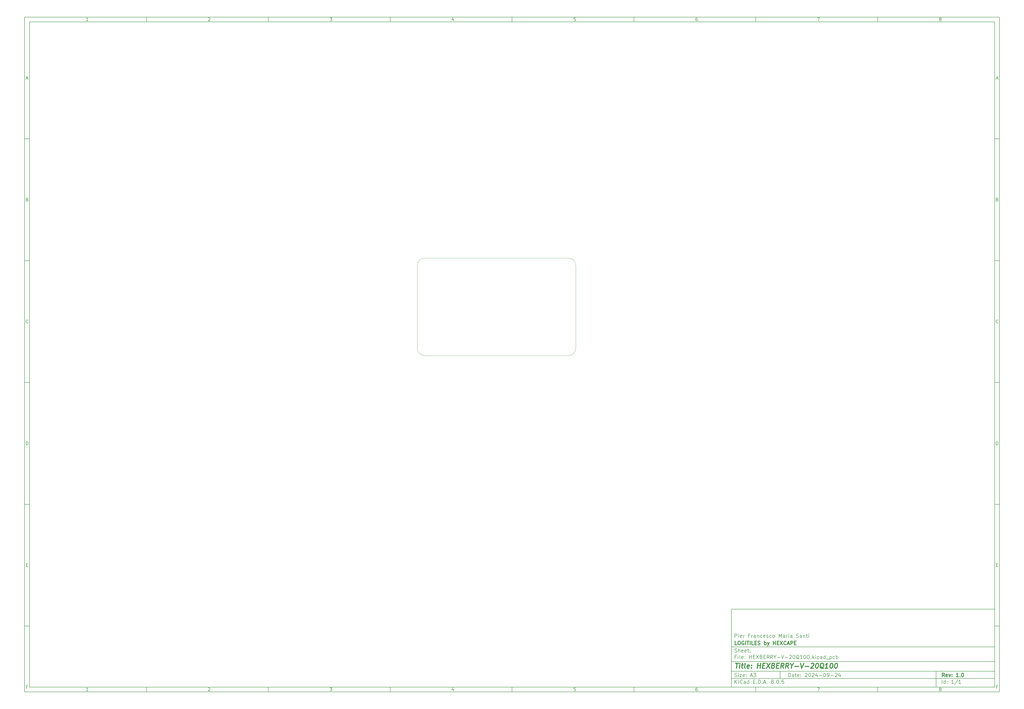
<source format=gm1>
%TF.GenerationSoftware,KiCad,Pcbnew,8.0.5-8.0.5-0~ubuntu24.04.1*%
%TF.CreationDate,2024-09-24T12:38:39+02:00*%
%TF.ProjectId,HEXBERRY-V-20Q100,48455842-4552-4525-992d-562d32305131,1.0*%
%TF.SameCoordinates,PX5f5e100PY5f5e100*%
%TF.FileFunction,Profile,NP*%
%FSLAX46Y46*%
G04 Gerber Fmt 4.6, Leading zero omitted, Abs format (unit mm)*
G04 Created by KiCad (PCBNEW 8.0.5-8.0.5-0~ubuntu24.04.1) date 2024-09-24 12:38:39*
%MOMM*%
%LPD*%
G01*
G04 APERTURE LIST*
%ADD10C,0.100000*%
%ADD11C,0.150000*%
%ADD12C,0.300000*%
%ADD13C,0.400000*%
%TA.AperFunction,Profile*%
%ADD14C,0.100000*%
%TD*%
G04 APERTURE END LIST*
D10*
D11*
X199989000Y-153002200D02*
X307989000Y-153002200D01*
X307989000Y-185002200D01*
X199989000Y-185002200D01*
X199989000Y-153002200D01*
D10*
D11*
X-90000000Y90000000D02*
X309989000Y90000000D01*
X309989000Y-187002200D01*
X-90000000Y-187002200D01*
X-90000000Y90000000D01*
D10*
D11*
X-88000000Y88000000D02*
X307989000Y88000000D01*
X307989000Y-185002200D01*
X-88000000Y-185002200D01*
X-88000000Y88000000D01*
D10*
D11*
X-40000000Y88000000D02*
X-40000000Y90000000D01*
D10*
D11*
X10000000Y88000000D02*
X10000000Y90000000D01*
D10*
D11*
X60000000Y88000000D02*
X60000000Y90000000D01*
D10*
D11*
X110000000Y88000000D02*
X110000000Y90000000D01*
D10*
D11*
X160000000Y88000000D02*
X160000000Y90000000D01*
D10*
D11*
X210000000Y88000000D02*
X210000000Y90000000D01*
D10*
D11*
X260000000Y88000000D02*
X260000000Y90000000D01*
D10*
D11*
X-63910840Y88406396D02*
X-64653697Y88406396D01*
X-64282269Y88406396D02*
X-64282269Y89706396D01*
X-64282269Y89706396D02*
X-64406078Y89520681D01*
X-64406078Y89520681D02*
X-64529888Y89396872D01*
X-64529888Y89396872D02*
X-64653697Y89334967D01*
D10*
D11*
X-14653697Y89582586D02*
X-14591793Y89644491D01*
X-14591793Y89644491D02*
X-14467983Y89706396D01*
X-14467983Y89706396D02*
X-14158459Y89706396D01*
X-14158459Y89706396D02*
X-14034650Y89644491D01*
X-14034650Y89644491D02*
X-13972745Y89582586D01*
X-13972745Y89582586D02*
X-13910840Y89458777D01*
X-13910840Y89458777D02*
X-13910840Y89334967D01*
X-13910840Y89334967D02*
X-13972745Y89149253D01*
X-13972745Y89149253D02*
X-14715602Y88406396D01*
X-14715602Y88406396D02*
X-13910840Y88406396D01*
D10*
D11*
X35284398Y89706396D02*
X36089160Y89706396D01*
X36089160Y89706396D02*
X35655826Y89211158D01*
X35655826Y89211158D02*
X35841541Y89211158D01*
X35841541Y89211158D02*
X35965350Y89149253D01*
X35965350Y89149253D02*
X36027255Y89087348D01*
X36027255Y89087348D02*
X36089160Y88963539D01*
X36089160Y88963539D02*
X36089160Y88654015D01*
X36089160Y88654015D02*
X36027255Y88530205D01*
X36027255Y88530205D02*
X35965350Y88468300D01*
X35965350Y88468300D02*
X35841541Y88406396D01*
X35841541Y88406396D02*
X35470112Y88406396D01*
X35470112Y88406396D02*
X35346303Y88468300D01*
X35346303Y88468300D02*
X35284398Y88530205D01*
D10*
D11*
X85965350Y89273062D02*
X85965350Y88406396D01*
X85655826Y89768300D02*
X85346303Y88839729D01*
X85346303Y88839729D02*
X86151064Y88839729D01*
D10*
D11*
X136027255Y89706396D02*
X135408207Y89706396D01*
X135408207Y89706396D02*
X135346303Y89087348D01*
X135346303Y89087348D02*
X135408207Y89149253D01*
X135408207Y89149253D02*
X135532017Y89211158D01*
X135532017Y89211158D02*
X135841541Y89211158D01*
X135841541Y89211158D02*
X135965350Y89149253D01*
X135965350Y89149253D02*
X136027255Y89087348D01*
X136027255Y89087348D02*
X136089160Y88963539D01*
X136089160Y88963539D02*
X136089160Y88654015D01*
X136089160Y88654015D02*
X136027255Y88530205D01*
X136027255Y88530205D02*
X135965350Y88468300D01*
X135965350Y88468300D02*
X135841541Y88406396D01*
X135841541Y88406396D02*
X135532017Y88406396D01*
X135532017Y88406396D02*
X135408207Y88468300D01*
X135408207Y88468300D02*
X135346303Y88530205D01*
D10*
D11*
X185965350Y89706396D02*
X185717731Y89706396D01*
X185717731Y89706396D02*
X185593922Y89644491D01*
X185593922Y89644491D02*
X185532017Y89582586D01*
X185532017Y89582586D02*
X185408207Y89396872D01*
X185408207Y89396872D02*
X185346303Y89149253D01*
X185346303Y89149253D02*
X185346303Y88654015D01*
X185346303Y88654015D02*
X185408207Y88530205D01*
X185408207Y88530205D02*
X185470112Y88468300D01*
X185470112Y88468300D02*
X185593922Y88406396D01*
X185593922Y88406396D02*
X185841541Y88406396D01*
X185841541Y88406396D02*
X185965350Y88468300D01*
X185965350Y88468300D02*
X186027255Y88530205D01*
X186027255Y88530205D02*
X186089160Y88654015D01*
X186089160Y88654015D02*
X186089160Y88963539D01*
X186089160Y88963539D02*
X186027255Y89087348D01*
X186027255Y89087348D02*
X185965350Y89149253D01*
X185965350Y89149253D02*
X185841541Y89211158D01*
X185841541Y89211158D02*
X185593922Y89211158D01*
X185593922Y89211158D02*
X185470112Y89149253D01*
X185470112Y89149253D02*
X185408207Y89087348D01*
X185408207Y89087348D02*
X185346303Y88963539D01*
D10*
D11*
X235284398Y89706396D02*
X236151064Y89706396D01*
X236151064Y89706396D02*
X235593922Y88406396D01*
D10*
D11*
X285593922Y89149253D02*
X285470112Y89211158D01*
X285470112Y89211158D02*
X285408207Y89273062D01*
X285408207Y89273062D02*
X285346303Y89396872D01*
X285346303Y89396872D02*
X285346303Y89458777D01*
X285346303Y89458777D02*
X285408207Y89582586D01*
X285408207Y89582586D02*
X285470112Y89644491D01*
X285470112Y89644491D02*
X285593922Y89706396D01*
X285593922Y89706396D02*
X285841541Y89706396D01*
X285841541Y89706396D02*
X285965350Y89644491D01*
X285965350Y89644491D02*
X286027255Y89582586D01*
X286027255Y89582586D02*
X286089160Y89458777D01*
X286089160Y89458777D02*
X286089160Y89396872D01*
X286089160Y89396872D02*
X286027255Y89273062D01*
X286027255Y89273062D02*
X285965350Y89211158D01*
X285965350Y89211158D02*
X285841541Y89149253D01*
X285841541Y89149253D02*
X285593922Y89149253D01*
X285593922Y89149253D02*
X285470112Y89087348D01*
X285470112Y89087348D02*
X285408207Y89025443D01*
X285408207Y89025443D02*
X285346303Y88901634D01*
X285346303Y88901634D02*
X285346303Y88654015D01*
X285346303Y88654015D02*
X285408207Y88530205D01*
X285408207Y88530205D02*
X285470112Y88468300D01*
X285470112Y88468300D02*
X285593922Y88406396D01*
X285593922Y88406396D02*
X285841541Y88406396D01*
X285841541Y88406396D02*
X285965350Y88468300D01*
X285965350Y88468300D02*
X286027255Y88530205D01*
X286027255Y88530205D02*
X286089160Y88654015D01*
X286089160Y88654015D02*
X286089160Y88901634D01*
X286089160Y88901634D02*
X286027255Y89025443D01*
X286027255Y89025443D02*
X285965350Y89087348D01*
X285965350Y89087348D02*
X285841541Y89149253D01*
D10*
D11*
X-40000000Y-185002200D02*
X-40000000Y-187002200D01*
D10*
D11*
X10000000Y-185002200D02*
X10000000Y-187002200D01*
D10*
D11*
X60000000Y-185002200D02*
X60000000Y-187002200D01*
D10*
D11*
X110000000Y-185002200D02*
X110000000Y-187002200D01*
D10*
D11*
X160000000Y-185002200D02*
X160000000Y-187002200D01*
D10*
D11*
X210000000Y-185002200D02*
X210000000Y-187002200D01*
D10*
D11*
X260000000Y-185002200D02*
X260000000Y-187002200D01*
D10*
D11*
X-63910840Y-186595804D02*
X-64653697Y-186595804D01*
X-64282269Y-186595804D02*
X-64282269Y-185295804D01*
X-64282269Y-185295804D02*
X-64406078Y-185481519D01*
X-64406078Y-185481519D02*
X-64529888Y-185605328D01*
X-64529888Y-185605328D02*
X-64653697Y-185667233D01*
D10*
D11*
X-14653697Y-185419614D02*
X-14591793Y-185357709D01*
X-14591793Y-185357709D02*
X-14467983Y-185295804D01*
X-14467983Y-185295804D02*
X-14158459Y-185295804D01*
X-14158459Y-185295804D02*
X-14034650Y-185357709D01*
X-14034650Y-185357709D02*
X-13972745Y-185419614D01*
X-13972745Y-185419614D02*
X-13910840Y-185543423D01*
X-13910840Y-185543423D02*
X-13910840Y-185667233D01*
X-13910840Y-185667233D02*
X-13972745Y-185852947D01*
X-13972745Y-185852947D02*
X-14715602Y-186595804D01*
X-14715602Y-186595804D02*
X-13910840Y-186595804D01*
D10*
D11*
X35284398Y-185295804D02*
X36089160Y-185295804D01*
X36089160Y-185295804D02*
X35655826Y-185791042D01*
X35655826Y-185791042D02*
X35841541Y-185791042D01*
X35841541Y-185791042D02*
X35965350Y-185852947D01*
X35965350Y-185852947D02*
X36027255Y-185914852D01*
X36027255Y-185914852D02*
X36089160Y-186038661D01*
X36089160Y-186038661D02*
X36089160Y-186348185D01*
X36089160Y-186348185D02*
X36027255Y-186471995D01*
X36027255Y-186471995D02*
X35965350Y-186533900D01*
X35965350Y-186533900D02*
X35841541Y-186595804D01*
X35841541Y-186595804D02*
X35470112Y-186595804D01*
X35470112Y-186595804D02*
X35346303Y-186533900D01*
X35346303Y-186533900D02*
X35284398Y-186471995D01*
D10*
D11*
X85965350Y-185729138D02*
X85965350Y-186595804D01*
X85655826Y-185233900D02*
X85346303Y-186162471D01*
X85346303Y-186162471D02*
X86151064Y-186162471D01*
D10*
D11*
X136027255Y-185295804D02*
X135408207Y-185295804D01*
X135408207Y-185295804D02*
X135346303Y-185914852D01*
X135346303Y-185914852D02*
X135408207Y-185852947D01*
X135408207Y-185852947D02*
X135532017Y-185791042D01*
X135532017Y-185791042D02*
X135841541Y-185791042D01*
X135841541Y-185791042D02*
X135965350Y-185852947D01*
X135965350Y-185852947D02*
X136027255Y-185914852D01*
X136027255Y-185914852D02*
X136089160Y-186038661D01*
X136089160Y-186038661D02*
X136089160Y-186348185D01*
X136089160Y-186348185D02*
X136027255Y-186471995D01*
X136027255Y-186471995D02*
X135965350Y-186533900D01*
X135965350Y-186533900D02*
X135841541Y-186595804D01*
X135841541Y-186595804D02*
X135532017Y-186595804D01*
X135532017Y-186595804D02*
X135408207Y-186533900D01*
X135408207Y-186533900D02*
X135346303Y-186471995D01*
D10*
D11*
X185965350Y-185295804D02*
X185717731Y-185295804D01*
X185717731Y-185295804D02*
X185593922Y-185357709D01*
X185593922Y-185357709D02*
X185532017Y-185419614D01*
X185532017Y-185419614D02*
X185408207Y-185605328D01*
X185408207Y-185605328D02*
X185346303Y-185852947D01*
X185346303Y-185852947D02*
X185346303Y-186348185D01*
X185346303Y-186348185D02*
X185408207Y-186471995D01*
X185408207Y-186471995D02*
X185470112Y-186533900D01*
X185470112Y-186533900D02*
X185593922Y-186595804D01*
X185593922Y-186595804D02*
X185841541Y-186595804D01*
X185841541Y-186595804D02*
X185965350Y-186533900D01*
X185965350Y-186533900D02*
X186027255Y-186471995D01*
X186027255Y-186471995D02*
X186089160Y-186348185D01*
X186089160Y-186348185D02*
X186089160Y-186038661D01*
X186089160Y-186038661D02*
X186027255Y-185914852D01*
X186027255Y-185914852D02*
X185965350Y-185852947D01*
X185965350Y-185852947D02*
X185841541Y-185791042D01*
X185841541Y-185791042D02*
X185593922Y-185791042D01*
X185593922Y-185791042D02*
X185470112Y-185852947D01*
X185470112Y-185852947D02*
X185408207Y-185914852D01*
X185408207Y-185914852D02*
X185346303Y-186038661D01*
D10*
D11*
X235284398Y-185295804D02*
X236151064Y-185295804D01*
X236151064Y-185295804D02*
X235593922Y-186595804D01*
D10*
D11*
X285593922Y-185852947D02*
X285470112Y-185791042D01*
X285470112Y-185791042D02*
X285408207Y-185729138D01*
X285408207Y-185729138D02*
X285346303Y-185605328D01*
X285346303Y-185605328D02*
X285346303Y-185543423D01*
X285346303Y-185543423D02*
X285408207Y-185419614D01*
X285408207Y-185419614D02*
X285470112Y-185357709D01*
X285470112Y-185357709D02*
X285593922Y-185295804D01*
X285593922Y-185295804D02*
X285841541Y-185295804D01*
X285841541Y-185295804D02*
X285965350Y-185357709D01*
X285965350Y-185357709D02*
X286027255Y-185419614D01*
X286027255Y-185419614D02*
X286089160Y-185543423D01*
X286089160Y-185543423D02*
X286089160Y-185605328D01*
X286089160Y-185605328D02*
X286027255Y-185729138D01*
X286027255Y-185729138D02*
X285965350Y-185791042D01*
X285965350Y-185791042D02*
X285841541Y-185852947D01*
X285841541Y-185852947D02*
X285593922Y-185852947D01*
X285593922Y-185852947D02*
X285470112Y-185914852D01*
X285470112Y-185914852D02*
X285408207Y-185976757D01*
X285408207Y-185976757D02*
X285346303Y-186100566D01*
X285346303Y-186100566D02*
X285346303Y-186348185D01*
X285346303Y-186348185D02*
X285408207Y-186471995D01*
X285408207Y-186471995D02*
X285470112Y-186533900D01*
X285470112Y-186533900D02*
X285593922Y-186595804D01*
X285593922Y-186595804D02*
X285841541Y-186595804D01*
X285841541Y-186595804D02*
X285965350Y-186533900D01*
X285965350Y-186533900D02*
X286027255Y-186471995D01*
X286027255Y-186471995D02*
X286089160Y-186348185D01*
X286089160Y-186348185D02*
X286089160Y-186100566D01*
X286089160Y-186100566D02*
X286027255Y-185976757D01*
X286027255Y-185976757D02*
X285965350Y-185914852D01*
X285965350Y-185914852D02*
X285841541Y-185852947D01*
D10*
D11*
X-90000000Y40000000D02*
X-88000000Y40000000D01*
D10*
D11*
X-90000000Y-10000000D02*
X-88000000Y-10000000D01*
D10*
D11*
X-90000000Y-60000000D02*
X-88000000Y-60000000D01*
D10*
D11*
X-90000000Y-110000000D02*
X-88000000Y-110000000D01*
D10*
D11*
X-90000000Y-160000000D02*
X-88000000Y-160000000D01*
D10*
D11*
X-89309524Y64777824D02*
X-88690477Y64777824D01*
X-89433334Y64406396D02*
X-89000001Y65706396D01*
X-89000001Y65706396D02*
X-88566667Y64406396D01*
D10*
D11*
X-88907143Y15087348D02*
X-88721429Y15025443D01*
X-88721429Y15025443D02*
X-88659524Y14963539D01*
X-88659524Y14963539D02*
X-88597620Y14839729D01*
X-88597620Y14839729D02*
X-88597620Y14654015D01*
X-88597620Y14654015D02*
X-88659524Y14530205D01*
X-88659524Y14530205D02*
X-88721429Y14468300D01*
X-88721429Y14468300D02*
X-88845239Y14406396D01*
X-88845239Y14406396D02*
X-89340477Y14406396D01*
X-89340477Y14406396D02*
X-89340477Y15706396D01*
X-89340477Y15706396D02*
X-88907143Y15706396D01*
X-88907143Y15706396D02*
X-88783334Y15644491D01*
X-88783334Y15644491D02*
X-88721429Y15582586D01*
X-88721429Y15582586D02*
X-88659524Y15458777D01*
X-88659524Y15458777D02*
X-88659524Y15334967D01*
X-88659524Y15334967D02*
X-88721429Y15211158D01*
X-88721429Y15211158D02*
X-88783334Y15149253D01*
X-88783334Y15149253D02*
X-88907143Y15087348D01*
X-88907143Y15087348D02*
X-89340477Y15087348D01*
D10*
D11*
X-88597620Y-35469795D02*
X-88659524Y-35531700D01*
X-88659524Y-35531700D02*
X-88845239Y-35593604D01*
X-88845239Y-35593604D02*
X-88969048Y-35593604D01*
X-88969048Y-35593604D02*
X-89154762Y-35531700D01*
X-89154762Y-35531700D02*
X-89278572Y-35407890D01*
X-89278572Y-35407890D02*
X-89340477Y-35284080D01*
X-89340477Y-35284080D02*
X-89402381Y-35036461D01*
X-89402381Y-35036461D02*
X-89402381Y-34850747D01*
X-89402381Y-34850747D02*
X-89340477Y-34603128D01*
X-89340477Y-34603128D02*
X-89278572Y-34479319D01*
X-89278572Y-34479319D02*
X-89154762Y-34355509D01*
X-89154762Y-34355509D02*
X-88969048Y-34293604D01*
X-88969048Y-34293604D02*
X-88845239Y-34293604D01*
X-88845239Y-34293604D02*
X-88659524Y-34355509D01*
X-88659524Y-34355509D02*
X-88597620Y-34417414D01*
D10*
D11*
X-89340477Y-85593604D02*
X-89340477Y-84293604D01*
X-89340477Y-84293604D02*
X-89030953Y-84293604D01*
X-89030953Y-84293604D02*
X-88845239Y-84355509D01*
X-88845239Y-84355509D02*
X-88721429Y-84479319D01*
X-88721429Y-84479319D02*
X-88659524Y-84603128D01*
X-88659524Y-84603128D02*
X-88597620Y-84850747D01*
X-88597620Y-84850747D02*
X-88597620Y-85036461D01*
X-88597620Y-85036461D02*
X-88659524Y-85284080D01*
X-88659524Y-85284080D02*
X-88721429Y-85407890D01*
X-88721429Y-85407890D02*
X-88845239Y-85531700D01*
X-88845239Y-85531700D02*
X-89030953Y-85593604D01*
X-89030953Y-85593604D02*
X-89340477Y-85593604D01*
D10*
D11*
X-89278572Y-134912652D02*
X-88845238Y-134912652D01*
X-88659524Y-135593604D02*
X-89278572Y-135593604D01*
X-89278572Y-135593604D02*
X-89278572Y-134293604D01*
X-89278572Y-134293604D02*
X-88659524Y-134293604D01*
D10*
D11*
X-88814286Y-184912652D02*
X-89247620Y-184912652D01*
X-89247620Y-185593604D02*
X-89247620Y-184293604D01*
X-89247620Y-184293604D02*
X-88628572Y-184293604D01*
D10*
D11*
X309989000Y40000000D02*
X307989000Y40000000D01*
D10*
D11*
X309989000Y-10000000D02*
X307989000Y-10000000D01*
D10*
D11*
X309989000Y-60000000D02*
X307989000Y-60000000D01*
D10*
D11*
X309989000Y-110000000D02*
X307989000Y-110000000D01*
D10*
D11*
X309989000Y-160000000D02*
X307989000Y-160000000D01*
D10*
D11*
X308679476Y64777824D02*
X309298523Y64777824D01*
X308555666Y64406396D02*
X308988999Y65706396D01*
X308988999Y65706396D02*
X309422333Y64406396D01*
D10*
D11*
X309081857Y15087348D02*
X309267571Y15025443D01*
X309267571Y15025443D02*
X309329476Y14963539D01*
X309329476Y14963539D02*
X309391380Y14839729D01*
X309391380Y14839729D02*
X309391380Y14654015D01*
X309391380Y14654015D02*
X309329476Y14530205D01*
X309329476Y14530205D02*
X309267571Y14468300D01*
X309267571Y14468300D02*
X309143761Y14406396D01*
X309143761Y14406396D02*
X308648523Y14406396D01*
X308648523Y14406396D02*
X308648523Y15706396D01*
X308648523Y15706396D02*
X309081857Y15706396D01*
X309081857Y15706396D02*
X309205666Y15644491D01*
X309205666Y15644491D02*
X309267571Y15582586D01*
X309267571Y15582586D02*
X309329476Y15458777D01*
X309329476Y15458777D02*
X309329476Y15334967D01*
X309329476Y15334967D02*
X309267571Y15211158D01*
X309267571Y15211158D02*
X309205666Y15149253D01*
X309205666Y15149253D02*
X309081857Y15087348D01*
X309081857Y15087348D02*
X308648523Y15087348D01*
D10*
D11*
X309391380Y-35469795D02*
X309329476Y-35531700D01*
X309329476Y-35531700D02*
X309143761Y-35593604D01*
X309143761Y-35593604D02*
X309019952Y-35593604D01*
X309019952Y-35593604D02*
X308834238Y-35531700D01*
X308834238Y-35531700D02*
X308710428Y-35407890D01*
X308710428Y-35407890D02*
X308648523Y-35284080D01*
X308648523Y-35284080D02*
X308586619Y-35036461D01*
X308586619Y-35036461D02*
X308586619Y-34850747D01*
X308586619Y-34850747D02*
X308648523Y-34603128D01*
X308648523Y-34603128D02*
X308710428Y-34479319D01*
X308710428Y-34479319D02*
X308834238Y-34355509D01*
X308834238Y-34355509D02*
X309019952Y-34293604D01*
X309019952Y-34293604D02*
X309143761Y-34293604D01*
X309143761Y-34293604D02*
X309329476Y-34355509D01*
X309329476Y-34355509D02*
X309391380Y-34417414D01*
D10*
D11*
X308648523Y-85593604D02*
X308648523Y-84293604D01*
X308648523Y-84293604D02*
X308958047Y-84293604D01*
X308958047Y-84293604D02*
X309143761Y-84355509D01*
X309143761Y-84355509D02*
X309267571Y-84479319D01*
X309267571Y-84479319D02*
X309329476Y-84603128D01*
X309329476Y-84603128D02*
X309391380Y-84850747D01*
X309391380Y-84850747D02*
X309391380Y-85036461D01*
X309391380Y-85036461D02*
X309329476Y-85284080D01*
X309329476Y-85284080D02*
X309267571Y-85407890D01*
X309267571Y-85407890D02*
X309143761Y-85531700D01*
X309143761Y-85531700D02*
X308958047Y-85593604D01*
X308958047Y-85593604D02*
X308648523Y-85593604D01*
D10*
D11*
X308710428Y-134912652D02*
X309143762Y-134912652D01*
X309329476Y-135593604D02*
X308710428Y-135593604D01*
X308710428Y-135593604D02*
X308710428Y-134293604D01*
X308710428Y-134293604D02*
X309329476Y-134293604D01*
D10*
D11*
X309174714Y-184912652D02*
X308741380Y-184912652D01*
X308741380Y-185593604D02*
X308741380Y-184293604D01*
X308741380Y-184293604D02*
X309360428Y-184293604D01*
D10*
D11*
X223444826Y-180788328D02*
X223444826Y-179288328D01*
X223444826Y-179288328D02*
X223801969Y-179288328D01*
X223801969Y-179288328D02*
X224016255Y-179359757D01*
X224016255Y-179359757D02*
X224159112Y-179502614D01*
X224159112Y-179502614D02*
X224230541Y-179645471D01*
X224230541Y-179645471D02*
X224301969Y-179931185D01*
X224301969Y-179931185D02*
X224301969Y-180145471D01*
X224301969Y-180145471D02*
X224230541Y-180431185D01*
X224230541Y-180431185D02*
X224159112Y-180574042D01*
X224159112Y-180574042D02*
X224016255Y-180716900D01*
X224016255Y-180716900D02*
X223801969Y-180788328D01*
X223801969Y-180788328D02*
X223444826Y-180788328D01*
X225587684Y-180788328D02*
X225587684Y-180002614D01*
X225587684Y-180002614D02*
X225516255Y-179859757D01*
X225516255Y-179859757D02*
X225373398Y-179788328D01*
X225373398Y-179788328D02*
X225087684Y-179788328D01*
X225087684Y-179788328D02*
X224944826Y-179859757D01*
X225587684Y-180716900D02*
X225444826Y-180788328D01*
X225444826Y-180788328D02*
X225087684Y-180788328D01*
X225087684Y-180788328D02*
X224944826Y-180716900D01*
X224944826Y-180716900D02*
X224873398Y-180574042D01*
X224873398Y-180574042D02*
X224873398Y-180431185D01*
X224873398Y-180431185D02*
X224944826Y-180288328D01*
X224944826Y-180288328D02*
X225087684Y-180216900D01*
X225087684Y-180216900D02*
X225444826Y-180216900D01*
X225444826Y-180216900D02*
X225587684Y-180145471D01*
X226087684Y-179788328D02*
X226659112Y-179788328D01*
X226301969Y-179288328D02*
X226301969Y-180574042D01*
X226301969Y-180574042D02*
X226373398Y-180716900D01*
X226373398Y-180716900D02*
X226516255Y-180788328D01*
X226516255Y-180788328D02*
X226659112Y-180788328D01*
X227730541Y-180716900D02*
X227587684Y-180788328D01*
X227587684Y-180788328D02*
X227301970Y-180788328D01*
X227301970Y-180788328D02*
X227159112Y-180716900D01*
X227159112Y-180716900D02*
X227087684Y-180574042D01*
X227087684Y-180574042D02*
X227087684Y-180002614D01*
X227087684Y-180002614D02*
X227159112Y-179859757D01*
X227159112Y-179859757D02*
X227301970Y-179788328D01*
X227301970Y-179788328D02*
X227587684Y-179788328D01*
X227587684Y-179788328D02*
X227730541Y-179859757D01*
X227730541Y-179859757D02*
X227801970Y-180002614D01*
X227801970Y-180002614D02*
X227801970Y-180145471D01*
X227801970Y-180145471D02*
X227087684Y-180288328D01*
X228444826Y-180645471D02*
X228516255Y-180716900D01*
X228516255Y-180716900D02*
X228444826Y-180788328D01*
X228444826Y-180788328D02*
X228373398Y-180716900D01*
X228373398Y-180716900D02*
X228444826Y-180645471D01*
X228444826Y-180645471D02*
X228444826Y-180788328D01*
X228444826Y-179859757D02*
X228516255Y-179931185D01*
X228516255Y-179931185D02*
X228444826Y-180002614D01*
X228444826Y-180002614D02*
X228373398Y-179931185D01*
X228373398Y-179931185D02*
X228444826Y-179859757D01*
X228444826Y-179859757D02*
X228444826Y-180002614D01*
X230230541Y-179431185D02*
X230301969Y-179359757D01*
X230301969Y-179359757D02*
X230444827Y-179288328D01*
X230444827Y-179288328D02*
X230801969Y-179288328D01*
X230801969Y-179288328D02*
X230944827Y-179359757D01*
X230944827Y-179359757D02*
X231016255Y-179431185D01*
X231016255Y-179431185D02*
X231087684Y-179574042D01*
X231087684Y-179574042D02*
X231087684Y-179716900D01*
X231087684Y-179716900D02*
X231016255Y-179931185D01*
X231016255Y-179931185D02*
X230159112Y-180788328D01*
X230159112Y-180788328D02*
X231087684Y-180788328D01*
X232016255Y-179288328D02*
X232159112Y-179288328D01*
X232159112Y-179288328D02*
X232301969Y-179359757D01*
X232301969Y-179359757D02*
X232373398Y-179431185D01*
X232373398Y-179431185D02*
X232444826Y-179574042D01*
X232444826Y-179574042D02*
X232516255Y-179859757D01*
X232516255Y-179859757D02*
X232516255Y-180216900D01*
X232516255Y-180216900D02*
X232444826Y-180502614D01*
X232444826Y-180502614D02*
X232373398Y-180645471D01*
X232373398Y-180645471D02*
X232301969Y-180716900D01*
X232301969Y-180716900D02*
X232159112Y-180788328D01*
X232159112Y-180788328D02*
X232016255Y-180788328D01*
X232016255Y-180788328D02*
X231873398Y-180716900D01*
X231873398Y-180716900D02*
X231801969Y-180645471D01*
X231801969Y-180645471D02*
X231730540Y-180502614D01*
X231730540Y-180502614D02*
X231659112Y-180216900D01*
X231659112Y-180216900D02*
X231659112Y-179859757D01*
X231659112Y-179859757D02*
X231730540Y-179574042D01*
X231730540Y-179574042D02*
X231801969Y-179431185D01*
X231801969Y-179431185D02*
X231873398Y-179359757D01*
X231873398Y-179359757D02*
X232016255Y-179288328D01*
X233087683Y-179431185D02*
X233159111Y-179359757D01*
X233159111Y-179359757D02*
X233301969Y-179288328D01*
X233301969Y-179288328D02*
X233659111Y-179288328D01*
X233659111Y-179288328D02*
X233801969Y-179359757D01*
X233801969Y-179359757D02*
X233873397Y-179431185D01*
X233873397Y-179431185D02*
X233944826Y-179574042D01*
X233944826Y-179574042D02*
X233944826Y-179716900D01*
X233944826Y-179716900D02*
X233873397Y-179931185D01*
X233873397Y-179931185D02*
X233016254Y-180788328D01*
X233016254Y-180788328D02*
X233944826Y-180788328D01*
X235230540Y-179788328D02*
X235230540Y-180788328D01*
X234873397Y-179216900D02*
X234516254Y-180288328D01*
X234516254Y-180288328D02*
X235444825Y-180288328D01*
X236016253Y-180216900D02*
X237159111Y-180216900D01*
X238159111Y-179288328D02*
X238301968Y-179288328D01*
X238301968Y-179288328D02*
X238444825Y-179359757D01*
X238444825Y-179359757D02*
X238516254Y-179431185D01*
X238516254Y-179431185D02*
X238587682Y-179574042D01*
X238587682Y-179574042D02*
X238659111Y-179859757D01*
X238659111Y-179859757D02*
X238659111Y-180216900D01*
X238659111Y-180216900D02*
X238587682Y-180502614D01*
X238587682Y-180502614D02*
X238516254Y-180645471D01*
X238516254Y-180645471D02*
X238444825Y-180716900D01*
X238444825Y-180716900D02*
X238301968Y-180788328D01*
X238301968Y-180788328D02*
X238159111Y-180788328D01*
X238159111Y-180788328D02*
X238016254Y-180716900D01*
X238016254Y-180716900D02*
X237944825Y-180645471D01*
X237944825Y-180645471D02*
X237873396Y-180502614D01*
X237873396Y-180502614D02*
X237801968Y-180216900D01*
X237801968Y-180216900D02*
X237801968Y-179859757D01*
X237801968Y-179859757D02*
X237873396Y-179574042D01*
X237873396Y-179574042D02*
X237944825Y-179431185D01*
X237944825Y-179431185D02*
X238016254Y-179359757D01*
X238016254Y-179359757D02*
X238159111Y-179288328D01*
X239373396Y-180788328D02*
X239659110Y-180788328D01*
X239659110Y-180788328D02*
X239801967Y-180716900D01*
X239801967Y-180716900D02*
X239873396Y-180645471D01*
X239873396Y-180645471D02*
X240016253Y-180431185D01*
X240016253Y-180431185D02*
X240087682Y-180145471D01*
X240087682Y-180145471D02*
X240087682Y-179574042D01*
X240087682Y-179574042D02*
X240016253Y-179431185D01*
X240016253Y-179431185D02*
X239944825Y-179359757D01*
X239944825Y-179359757D02*
X239801967Y-179288328D01*
X239801967Y-179288328D02*
X239516253Y-179288328D01*
X239516253Y-179288328D02*
X239373396Y-179359757D01*
X239373396Y-179359757D02*
X239301967Y-179431185D01*
X239301967Y-179431185D02*
X239230539Y-179574042D01*
X239230539Y-179574042D02*
X239230539Y-179931185D01*
X239230539Y-179931185D02*
X239301967Y-180074042D01*
X239301967Y-180074042D02*
X239373396Y-180145471D01*
X239373396Y-180145471D02*
X239516253Y-180216900D01*
X239516253Y-180216900D02*
X239801967Y-180216900D01*
X239801967Y-180216900D02*
X239944825Y-180145471D01*
X239944825Y-180145471D02*
X240016253Y-180074042D01*
X240016253Y-180074042D02*
X240087682Y-179931185D01*
X240730538Y-180216900D02*
X241873396Y-180216900D01*
X242516253Y-179431185D02*
X242587681Y-179359757D01*
X242587681Y-179359757D02*
X242730539Y-179288328D01*
X242730539Y-179288328D02*
X243087681Y-179288328D01*
X243087681Y-179288328D02*
X243230539Y-179359757D01*
X243230539Y-179359757D02*
X243301967Y-179431185D01*
X243301967Y-179431185D02*
X243373396Y-179574042D01*
X243373396Y-179574042D02*
X243373396Y-179716900D01*
X243373396Y-179716900D02*
X243301967Y-179931185D01*
X243301967Y-179931185D02*
X242444824Y-180788328D01*
X242444824Y-180788328D02*
X243373396Y-180788328D01*
X244659110Y-179788328D02*
X244659110Y-180788328D01*
X244301967Y-179216900D02*
X243944824Y-180288328D01*
X243944824Y-180288328D02*
X244873395Y-180288328D01*
D10*
D11*
X199989000Y-181502200D02*
X307989000Y-181502200D01*
D10*
D11*
X201444826Y-183588328D02*
X201444826Y-182088328D01*
X202301969Y-183588328D02*
X201659112Y-182731185D01*
X202301969Y-182088328D02*
X201444826Y-182945471D01*
X202944826Y-183588328D02*
X202944826Y-182588328D01*
X202944826Y-182088328D02*
X202873398Y-182159757D01*
X202873398Y-182159757D02*
X202944826Y-182231185D01*
X202944826Y-182231185D02*
X203016255Y-182159757D01*
X203016255Y-182159757D02*
X202944826Y-182088328D01*
X202944826Y-182088328D02*
X202944826Y-182231185D01*
X204516255Y-183445471D02*
X204444827Y-183516900D01*
X204444827Y-183516900D02*
X204230541Y-183588328D01*
X204230541Y-183588328D02*
X204087684Y-183588328D01*
X204087684Y-183588328D02*
X203873398Y-183516900D01*
X203873398Y-183516900D02*
X203730541Y-183374042D01*
X203730541Y-183374042D02*
X203659112Y-183231185D01*
X203659112Y-183231185D02*
X203587684Y-182945471D01*
X203587684Y-182945471D02*
X203587684Y-182731185D01*
X203587684Y-182731185D02*
X203659112Y-182445471D01*
X203659112Y-182445471D02*
X203730541Y-182302614D01*
X203730541Y-182302614D02*
X203873398Y-182159757D01*
X203873398Y-182159757D02*
X204087684Y-182088328D01*
X204087684Y-182088328D02*
X204230541Y-182088328D01*
X204230541Y-182088328D02*
X204444827Y-182159757D01*
X204444827Y-182159757D02*
X204516255Y-182231185D01*
X205801970Y-183588328D02*
X205801970Y-182802614D01*
X205801970Y-182802614D02*
X205730541Y-182659757D01*
X205730541Y-182659757D02*
X205587684Y-182588328D01*
X205587684Y-182588328D02*
X205301970Y-182588328D01*
X205301970Y-182588328D02*
X205159112Y-182659757D01*
X205801970Y-183516900D02*
X205659112Y-183588328D01*
X205659112Y-183588328D02*
X205301970Y-183588328D01*
X205301970Y-183588328D02*
X205159112Y-183516900D01*
X205159112Y-183516900D02*
X205087684Y-183374042D01*
X205087684Y-183374042D02*
X205087684Y-183231185D01*
X205087684Y-183231185D02*
X205159112Y-183088328D01*
X205159112Y-183088328D02*
X205301970Y-183016900D01*
X205301970Y-183016900D02*
X205659112Y-183016900D01*
X205659112Y-183016900D02*
X205801970Y-182945471D01*
X207159113Y-183588328D02*
X207159113Y-182088328D01*
X207159113Y-183516900D02*
X207016255Y-183588328D01*
X207016255Y-183588328D02*
X206730541Y-183588328D01*
X206730541Y-183588328D02*
X206587684Y-183516900D01*
X206587684Y-183516900D02*
X206516255Y-183445471D01*
X206516255Y-183445471D02*
X206444827Y-183302614D01*
X206444827Y-183302614D02*
X206444827Y-182874042D01*
X206444827Y-182874042D02*
X206516255Y-182731185D01*
X206516255Y-182731185D02*
X206587684Y-182659757D01*
X206587684Y-182659757D02*
X206730541Y-182588328D01*
X206730541Y-182588328D02*
X207016255Y-182588328D01*
X207016255Y-182588328D02*
X207159113Y-182659757D01*
X209016255Y-182802614D02*
X209516255Y-182802614D01*
X209730541Y-183588328D02*
X209016255Y-183588328D01*
X209016255Y-183588328D02*
X209016255Y-182088328D01*
X209016255Y-182088328D02*
X209730541Y-182088328D01*
X210373398Y-183445471D02*
X210444827Y-183516900D01*
X210444827Y-183516900D02*
X210373398Y-183588328D01*
X210373398Y-183588328D02*
X210301970Y-183516900D01*
X210301970Y-183516900D02*
X210373398Y-183445471D01*
X210373398Y-183445471D02*
X210373398Y-183588328D01*
X211087684Y-183588328D02*
X211087684Y-182088328D01*
X211087684Y-182088328D02*
X211444827Y-182088328D01*
X211444827Y-182088328D02*
X211659113Y-182159757D01*
X211659113Y-182159757D02*
X211801970Y-182302614D01*
X211801970Y-182302614D02*
X211873399Y-182445471D01*
X211873399Y-182445471D02*
X211944827Y-182731185D01*
X211944827Y-182731185D02*
X211944827Y-182945471D01*
X211944827Y-182945471D02*
X211873399Y-183231185D01*
X211873399Y-183231185D02*
X211801970Y-183374042D01*
X211801970Y-183374042D02*
X211659113Y-183516900D01*
X211659113Y-183516900D02*
X211444827Y-183588328D01*
X211444827Y-183588328D02*
X211087684Y-183588328D01*
X212587684Y-183445471D02*
X212659113Y-183516900D01*
X212659113Y-183516900D02*
X212587684Y-183588328D01*
X212587684Y-183588328D02*
X212516256Y-183516900D01*
X212516256Y-183516900D02*
X212587684Y-183445471D01*
X212587684Y-183445471D02*
X212587684Y-183588328D01*
X213230542Y-183159757D02*
X213944828Y-183159757D01*
X213087685Y-183588328D02*
X213587685Y-182088328D01*
X213587685Y-182088328D02*
X214087685Y-183588328D01*
X214587684Y-183445471D02*
X214659113Y-183516900D01*
X214659113Y-183516900D02*
X214587684Y-183588328D01*
X214587684Y-183588328D02*
X214516256Y-183516900D01*
X214516256Y-183516900D02*
X214587684Y-183445471D01*
X214587684Y-183445471D02*
X214587684Y-183588328D01*
X216659113Y-182731185D02*
X216516256Y-182659757D01*
X216516256Y-182659757D02*
X216444827Y-182588328D01*
X216444827Y-182588328D02*
X216373399Y-182445471D01*
X216373399Y-182445471D02*
X216373399Y-182374042D01*
X216373399Y-182374042D02*
X216444827Y-182231185D01*
X216444827Y-182231185D02*
X216516256Y-182159757D01*
X216516256Y-182159757D02*
X216659113Y-182088328D01*
X216659113Y-182088328D02*
X216944827Y-182088328D01*
X216944827Y-182088328D02*
X217087685Y-182159757D01*
X217087685Y-182159757D02*
X217159113Y-182231185D01*
X217159113Y-182231185D02*
X217230542Y-182374042D01*
X217230542Y-182374042D02*
X217230542Y-182445471D01*
X217230542Y-182445471D02*
X217159113Y-182588328D01*
X217159113Y-182588328D02*
X217087685Y-182659757D01*
X217087685Y-182659757D02*
X216944827Y-182731185D01*
X216944827Y-182731185D02*
X216659113Y-182731185D01*
X216659113Y-182731185D02*
X216516256Y-182802614D01*
X216516256Y-182802614D02*
X216444827Y-182874042D01*
X216444827Y-182874042D02*
X216373399Y-183016900D01*
X216373399Y-183016900D02*
X216373399Y-183302614D01*
X216373399Y-183302614D02*
X216444827Y-183445471D01*
X216444827Y-183445471D02*
X216516256Y-183516900D01*
X216516256Y-183516900D02*
X216659113Y-183588328D01*
X216659113Y-183588328D02*
X216944827Y-183588328D01*
X216944827Y-183588328D02*
X217087685Y-183516900D01*
X217087685Y-183516900D02*
X217159113Y-183445471D01*
X217159113Y-183445471D02*
X217230542Y-183302614D01*
X217230542Y-183302614D02*
X217230542Y-183016900D01*
X217230542Y-183016900D02*
X217159113Y-182874042D01*
X217159113Y-182874042D02*
X217087685Y-182802614D01*
X217087685Y-182802614D02*
X216944827Y-182731185D01*
X217873398Y-183445471D02*
X217944827Y-183516900D01*
X217944827Y-183516900D02*
X217873398Y-183588328D01*
X217873398Y-183588328D02*
X217801970Y-183516900D01*
X217801970Y-183516900D02*
X217873398Y-183445471D01*
X217873398Y-183445471D02*
X217873398Y-183588328D01*
X218873399Y-182088328D02*
X219016256Y-182088328D01*
X219016256Y-182088328D02*
X219159113Y-182159757D01*
X219159113Y-182159757D02*
X219230542Y-182231185D01*
X219230542Y-182231185D02*
X219301970Y-182374042D01*
X219301970Y-182374042D02*
X219373399Y-182659757D01*
X219373399Y-182659757D02*
X219373399Y-183016900D01*
X219373399Y-183016900D02*
X219301970Y-183302614D01*
X219301970Y-183302614D02*
X219230542Y-183445471D01*
X219230542Y-183445471D02*
X219159113Y-183516900D01*
X219159113Y-183516900D02*
X219016256Y-183588328D01*
X219016256Y-183588328D02*
X218873399Y-183588328D01*
X218873399Y-183588328D02*
X218730542Y-183516900D01*
X218730542Y-183516900D02*
X218659113Y-183445471D01*
X218659113Y-183445471D02*
X218587684Y-183302614D01*
X218587684Y-183302614D02*
X218516256Y-183016900D01*
X218516256Y-183016900D02*
X218516256Y-182659757D01*
X218516256Y-182659757D02*
X218587684Y-182374042D01*
X218587684Y-182374042D02*
X218659113Y-182231185D01*
X218659113Y-182231185D02*
X218730542Y-182159757D01*
X218730542Y-182159757D02*
X218873399Y-182088328D01*
X220016255Y-183445471D02*
X220087684Y-183516900D01*
X220087684Y-183516900D02*
X220016255Y-183588328D01*
X220016255Y-183588328D02*
X219944827Y-183516900D01*
X219944827Y-183516900D02*
X220016255Y-183445471D01*
X220016255Y-183445471D02*
X220016255Y-183588328D01*
X221444827Y-182088328D02*
X220730541Y-182088328D01*
X220730541Y-182088328D02*
X220659113Y-182802614D01*
X220659113Y-182802614D02*
X220730541Y-182731185D01*
X220730541Y-182731185D02*
X220873399Y-182659757D01*
X220873399Y-182659757D02*
X221230541Y-182659757D01*
X221230541Y-182659757D02*
X221373399Y-182731185D01*
X221373399Y-182731185D02*
X221444827Y-182802614D01*
X221444827Y-182802614D02*
X221516256Y-182945471D01*
X221516256Y-182945471D02*
X221516256Y-183302614D01*
X221516256Y-183302614D02*
X221444827Y-183445471D01*
X221444827Y-183445471D02*
X221373399Y-183516900D01*
X221373399Y-183516900D02*
X221230541Y-183588328D01*
X221230541Y-183588328D02*
X220873399Y-183588328D01*
X220873399Y-183588328D02*
X220730541Y-183516900D01*
X220730541Y-183516900D02*
X220659113Y-183445471D01*
D10*
D11*
X199989000Y-178502200D02*
X307989000Y-178502200D01*
D10*
D12*
X287400653Y-180780528D02*
X286900653Y-180066242D01*
X286543510Y-180780528D02*
X286543510Y-179280528D01*
X286543510Y-179280528D02*
X287114939Y-179280528D01*
X287114939Y-179280528D02*
X287257796Y-179351957D01*
X287257796Y-179351957D02*
X287329225Y-179423385D01*
X287329225Y-179423385D02*
X287400653Y-179566242D01*
X287400653Y-179566242D02*
X287400653Y-179780528D01*
X287400653Y-179780528D02*
X287329225Y-179923385D01*
X287329225Y-179923385D02*
X287257796Y-179994814D01*
X287257796Y-179994814D02*
X287114939Y-180066242D01*
X287114939Y-180066242D02*
X286543510Y-180066242D01*
X288614939Y-180709100D02*
X288472082Y-180780528D01*
X288472082Y-180780528D02*
X288186368Y-180780528D01*
X288186368Y-180780528D02*
X288043510Y-180709100D01*
X288043510Y-180709100D02*
X287972082Y-180566242D01*
X287972082Y-180566242D02*
X287972082Y-179994814D01*
X287972082Y-179994814D02*
X288043510Y-179851957D01*
X288043510Y-179851957D02*
X288186368Y-179780528D01*
X288186368Y-179780528D02*
X288472082Y-179780528D01*
X288472082Y-179780528D02*
X288614939Y-179851957D01*
X288614939Y-179851957D02*
X288686368Y-179994814D01*
X288686368Y-179994814D02*
X288686368Y-180137671D01*
X288686368Y-180137671D02*
X287972082Y-180280528D01*
X289186367Y-179780528D02*
X289543510Y-180780528D01*
X289543510Y-180780528D02*
X289900653Y-179780528D01*
X290472081Y-180637671D02*
X290543510Y-180709100D01*
X290543510Y-180709100D02*
X290472081Y-180780528D01*
X290472081Y-180780528D02*
X290400653Y-180709100D01*
X290400653Y-180709100D02*
X290472081Y-180637671D01*
X290472081Y-180637671D02*
X290472081Y-180780528D01*
X290472081Y-179851957D02*
X290543510Y-179923385D01*
X290543510Y-179923385D02*
X290472081Y-179994814D01*
X290472081Y-179994814D02*
X290400653Y-179923385D01*
X290400653Y-179923385D02*
X290472081Y-179851957D01*
X290472081Y-179851957D02*
X290472081Y-179994814D01*
X293114939Y-180780528D02*
X292257796Y-180780528D01*
X292686367Y-180780528D02*
X292686367Y-179280528D01*
X292686367Y-179280528D02*
X292543510Y-179494814D01*
X292543510Y-179494814D02*
X292400653Y-179637671D01*
X292400653Y-179637671D02*
X292257796Y-179709100D01*
X293757795Y-180637671D02*
X293829224Y-180709100D01*
X293829224Y-180709100D02*
X293757795Y-180780528D01*
X293757795Y-180780528D02*
X293686367Y-180709100D01*
X293686367Y-180709100D02*
X293757795Y-180637671D01*
X293757795Y-180637671D02*
X293757795Y-180780528D01*
X294757796Y-179280528D02*
X294900653Y-179280528D01*
X294900653Y-179280528D02*
X295043510Y-179351957D01*
X295043510Y-179351957D02*
X295114939Y-179423385D01*
X295114939Y-179423385D02*
X295186367Y-179566242D01*
X295186367Y-179566242D02*
X295257796Y-179851957D01*
X295257796Y-179851957D02*
X295257796Y-180209100D01*
X295257796Y-180209100D02*
X295186367Y-180494814D01*
X295186367Y-180494814D02*
X295114939Y-180637671D01*
X295114939Y-180637671D02*
X295043510Y-180709100D01*
X295043510Y-180709100D02*
X294900653Y-180780528D01*
X294900653Y-180780528D02*
X294757796Y-180780528D01*
X294757796Y-180780528D02*
X294614939Y-180709100D01*
X294614939Y-180709100D02*
X294543510Y-180637671D01*
X294543510Y-180637671D02*
X294472081Y-180494814D01*
X294472081Y-180494814D02*
X294400653Y-180209100D01*
X294400653Y-180209100D02*
X294400653Y-179851957D01*
X294400653Y-179851957D02*
X294472081Y-179566242D01*
X294472081Y-179566242D02*
X294543510Y-179423385D01*
X294543510Y-179423385D02*
X294614939Y-179351957D01*
X294614939Y-179351957D02*
X294757796Y-179280528D01*
D10*
D11*
X201373398Y-180716900D02*
X201587684Y-180788328D01*
X201587684Y-180788328D02*
X201944826Y-180788328D01*
X201944826Y-180788328D02*
X202087684Y-180716900D01*
X202087684Y-180716900D02*
X202159112Y-180645471D01*
X202159112Y-180645471D02*
X202230541Y-180502614D01*
X202230541Y-180502614D02*
X202230541Y-180359757D01*
X202230541Y-180359757D02*
X202159112Y-180216900D01*
X202159112Y-180216900D02*
X202087684Y-180145471D01*
X202087684Y-180145471D02*
X201944826Y-180074042D01*
X201944826Y-180074042D02*
X201659112Y-180002614D01*
X201659112Y-180002614D02*
X201516255Y-179931185D01*
X201516255Y-179931185D02*
X201444826Y-179859757D01*
X201444826Y-179859757D02*
X201373398Y-179716900D01*
X201373398Y-179716900D02*
X201373398Y-179574042D01*
X201373398Y-179574042D02*
X201444826Y-179431185D01*
X201444826Y-179431185D02*
X201516255Y-179359757D01*
X201516255Y-179359757D02*
X201659112Y-179288328D01*
X201659112Y-179288328D02*
X202016255Y-179288328D01*
X202016255Y-179288328D02*
X202230541Y-179359757D01*
X202873397Y-180788328D02*
X202873397Y-179788328D01*
X202873397Y-179288328D02*
X202801969Y-179359757D01*
X202801969Y-179359757D02*
X202873397Y-179431185D01*
X202873397Y-179431185D02*
X202944826Y-179359757D01*
X202944826Y-179359757D02*
X202873397Y-179288328D01*
X202873397Y-179288328D02*
X202873397Y-179431185D01*
X203444826Y-179788328D02*
X204230541Y-179788328D01*
X204230541Y-179788328D02*
X203444826Y-180788328D01*
X203444826Y-180788328D02*
X204230541Y-180788328D01*
X205373398Y-180716900D02*
X205230541Y-180788328D01*
X205230541Y-180788328D02*
X204944827Y-180788328D01*
X204944827Y-180788328D02*
X204801969Y-180716900D01*
X204801969Y-180716900D02*
X204730541Y-180574042D01*
X204730541Y-180574042D02*
X204730541Y-180002614D01*
X204730541Y-180002614D02*
X204801969Y-179859757D01*
X204801969Y-179859757D02*
X204944827Y-179788328D01*
X204944827Y-179788328D02*
X205230541Y-179788328D01*
X205230541Y-179788328D02*
X205373398Y-179859757D01*
X205373398Y-179859757D02*
X205444827Y-180002614D01*
X205444827Y-180002614D02*
X205444827Y-180145471D01*
X205444827Y-180145471D02*
X204730541Y-180288328D01*
X206087683Y-180645471D02*
X206159112Y-180716900D01*
X206159112Y-180716900D02*
X206087683Y-180788328D01*
X206087683Y-180788328D02*
X206016255Y-180716900D01*
X206016255Y-180716900D02*
X206087683Y-180645471D01*
X206087683Y-180645471D02*
X206087683Y-180788328D01*
X206087683Y-179859757D02*
X206159112Y-179931185D01*
X206159112Y-179931185D02*
X206087683Y-180002614D01*
X206087683Y-180002614D02*
X206016255Y-179931185D01*
X206016255Y-179931185D02*
X206087683Y-179859757D01*
X206087683Y-179859757D02*
X206087683Y-180002614D01*
X207873398Y-180359757D02*
X208587684Y-180359757D01*
X207730541Y-180788328D02*
X208230541Y-179288328D01*
X208230541Y-179288328D02*
X208730541Y-180788328D01*
X209087683Y-179288328D02*
X210016255Y-179288328D01*
X210016255Y-179288328D02*
X209516255Y-179859757D01*
X209516255Y-179859757D02*
X209730540Y-179859757D01*
X209730540Y-179859757D02*
X209873398Y-179931185D01*
X209873398Y-179931185D02*
X209944826Y-180002614D01*
X209944826Y-180002614D02*
X210016255Y-180145471D01*
X210016255Y-180145471D02*
X210016255Y-180502614D01*
X210016255Y-180502614D02*
X209944826Y-180645471D01*
X209944826Y-180645471D02*
X209873398Y-180716900D01*
X209873398Y-180716900D02*
X209730540Y-180788328D01*
X209730540Y-180788328D02*
X209301969Y-180788328D01*
X209301969Y-180788328D02*
X209159112Y-180716900D01*
X209159112Y-180716900D02*
X209087683Y-180645471D01*
D10*
D11*
X286444826Y-183588328D02*
X286444826Y-182088328D01*
X287801970Y-183588328D02*
X287801970Y-182088328D01*
X287801970Y-183516900D02*
X287659112Y-183588328D01*
X287659112Y-183588328D02*
X287373398Y-183588328D01*
X287373398Y-183588328D02*
X287230541Y-183516900D01*
X287230541Y-183516900D02*
X287159112Y-183445471D01*
X287159112Y-183445471D02*
X287087684Y-183302614D01*
X287087684Y-183302614D02*
X287087684Y-182874042D01*
X287087684Y-182874042D02*
X287159112Y-182731185D01*
X287159112Y-182731185D02*
X287230541Y-182659757D01*
X287230541Y-182659757D02*
X287373398Y-182588328D01*
X287373398Y-182588328D02*
X287659112Y-182588328D01*
X287659112Y-182588328D02*
X287801970Y-182659757D01*
X288516255Y-183445471D02*
X288587684Y-183516900D01*
X288587684Y-183516900D02*
X288516255Y-183588328D01*
X288516255Y-183588328D02*
X288444827Y-183516900D01*
X288444827Y-183516900D02*
X288516255Y-183445471D01*
X288516255Y-183445471D02*
X288516255Y-183588328D01*
X288516255Y-182659757D02*
X288587684Y-182731185D01*
X288587684Y-182731185D02*
X288516255Y-182802614D01*
X288516255Y-182802614D02*
X288444827Y-182731185D01*
X288444827Y-182731185D02*
X288516255Y-182659757D01*
X288516255Y-182659757D02*
X288516255Y-182802614D01*
X291159113Y-183588328D02*
X290301970Y-183588328D01*
X290730541Y-183588328D02*
X290730541Y-182088328D01*
X290730541Y-182088328D02*
X290587684Y-182302614D01*
X290587684Y-182302614D02*
X290444827Y-182445471D01*
X290444827Y-182445471D02*
X290301970Y-182516900D01*
X292873398Y-182016900D02*
X291587684Y-183945471D01*
X294159113Y-183588328D02*
X293301970Y-183588328D01*
X293730541Y-183588328D02*
X293730541Y-182088328D01*
X293730541Y-182088328D02*
X293587684Y-182302614D01*
X293587684Y-182302614D02*
X293444827Y-182445471D01*
X293444827Y-182445471D02*
X293301970Y-182516900D01*
D10*
D11*
X199989000Y-174502200D02*
X307989000Y-174502200D01*
D10*
D13*
X201680728Y-175206638D02*
X202823585Y-175206638D01*
X202002157Y-177206638D02*
X202252157Y-175206638D01*
X203240252Y-177206638D02*
X203406919Y-175873304D01*
X203490252Y-175206638D02*
X203383109Y-175301876D01*
X203383109Y-175301876D02*
X203466443Y-175397114D01*
X203466443Y-175397114D02*
X203573586Y-175301876D01*
X203573586Y-175301876D02*
X203490252Y-175206638D01*
X203490252Y-175206638D02*
X203466443Y-175397114D01*
X204073586Y-175873304D02*
X204835490Y-175873304D01*
X204442633Y-175206638D02*
X204228348Y-176920923D01*
X204228348Y-176920923D02*
X204299776Y-177111400D01*
X204299776Y-177111400D02*
X204478348Y-177206638D01*
X204478348Y-177206638D02*
X204668824Y-177206638D01*
X205621205Y-177206638D02*
X205442633Y-177111400D01*
X205442633Y-177111400D02*
X205371205Y-176920923D01*
X205371205Y-176920923D02*
X205585490Y-175206638D01*
X207156919Y-177111400D02*
X206954538Y-177206638D01*
X206954538Y-177206638D02*
X206573585Y-177206638D01*
X206573585Y-177206638D02*
X206395014Y-177111400D01*
X206395014Y-177111400D02*
X206323585Y-176920923D01*
X206323585Y-176920923D02*
X206418824Y-176159019D01*
X206418824Y-176159019D02*
X206537871Y-175968542D01*
X206537871Y-175968542D02*
X206740252Y-175873304D01*
X206740252Y-175873304D02*
X207121204Y-175873304D01*
X207121204Y-175873304D02*
X207299776Y-175968542D01*
X207299776Y-175968542D02*
X207371204Y-176159019D01*
X207371204Y-176159019D02*
X207347395Y-176349495D01*
X207347395Y-176349495D02*
X206371204Y-176539971D01*
X208121205Y-177016161D02*
X208204538Y-177111400D01*
X208204538Y-177111400D02*
X208097395Y-177206638D01*
X208097395Y-177206638D02*
X208014062Y-177111400D01*
X208014062Y-177111400D02*
X208121205Y-177016161D01*
X208121205Y-177016161D02*
X208097395Y-177206638D01*
X208252157Y-175968542D02*
X208335490Y-176063780D01*
X208335490Y-176063780D02*
X208228348Y-176159019D01*
X208228348Y-176159019D02*
X208145014Y-176063780D01*
X208145014Y-176063780D02*
X208252157Y-175968542D01*
X208252157Y-175968542D02*
X208228348Y-176159019D01*
X210573586Y-177206638D02*
X210823586Y-175206638D01*
X210704539Y-176159019D02*
X211847396Y-176159019D01*
X211716443Y-177206638D02*
X211966443Y-175206638D01*
X212799777Y-176159019D02*
X213466443Y-176159019D01*
X213621205Y-177206638D02*
X212668824Y-177206638D01*
X212668824Y-177206638D02*
X212918824Y-175206638D01*
X212918824Y-175206638D02*
X213871205Y-175206638D01*
X214537872Y-175206638D02*
X215621205Y-177206638D01*
X215871205Y-175206638D02*
X214287872Y-177206638D01*
X217180729Y-176159019D02*
X217454539Y-176254257D01*
X217454539Y-176254257D02*
X217537872Y-176349495D01*
X217537872Y-176349495D02*
X217609301Y-176539971D01*
X217609301Y-176539971D02*
X217573586Y-176825685D01*
X217573586Y-176825685D02*
X217454539Y-177016161D01*
X217454539Y-177016161D02*
X217347396Y-177111400D01*
X217347396Y-177111400D02*
X217145015Y-177206638D01*
X217145015Y-177206638D02*
X216383110Y-177206638D01*
X216383110Y-177206638D02*
X216633110Y-175206638D01*
X216633110Y-175206638D02*
X217299777Y-175206638D01*
X217299777Y-175206638D02*
X217478348Y-175301876D01*
X217478348Y-175301876D02*
X217561682Y-175397114D01*
X217561682Y-175397114D02*
X217633110Y-175587590D01*
X217633110Y-175587590D02*
X217609301Y-175778066D01*
X217609301Y-175778066D02*
X217490253Y-175968542D01*
X217490253Y-175968542D02*
X217383110Y-176063780D01*
X217383110Y-176063780D02*
X217180729Y-176159019D01*
X217180729Y-176159019D02*
X216514063Y-176159019D01*
X218514063Y-176159019D02*
X219180729Y-176159019D01*
X219335491Y-177206638D02*
X218383110Y-177206638D01*
X218383110Y-177206638D02*
X218633110Y-175206638D01*
X218633110Y-175206638D02*
X219585491Y-175206638D01*
X221335491Y-177206638D02*
X220787872Y-176254257D01*
X220192634Y-177206638D02*
X220442634Y-175206638D01*
X220442634Y-175206638D02*
X221204539Y-175206638D01*
X221204539Y-175206638D02*
X221383110Y-175301876D01*
X221383110Y-175301876D02*
X221466444Y-175397114D01*
X221466444Y-175397114D02*
X221537872Y-175587590D01*
X221537872Y-175587590D02*
X221502158Y-175873304D01*
X221502158Y-175873304D02*
X221383110Y-176063780D01*
X221383110Y-176063780D02*
X221275968Y-176159019D01*
X221275968Y-176159019D02*
X221073587Y-176254257D01*
X221073587Y-176254257D02*
X220311682Y-176254257D01*
X223335491Y-177206638D02*
X222787872Y-176254257D01*
X222192634Y-177206638D02*
X222442634Y-175206638D01*
X222442634Y-175206638D02*
X223204539Y-175206638D01*
X223204539Y-175206638D02*
X223383110Y-175301876D01*
X223383110Y-175301876D02*
X223466444Y-175397114D01*
X223466444Y-175397114D02*
X223537872Y-175587590D01*
X223537872Y-175587590D02*
X223502158Y-175873304D01*
X223502158Y-175873304D02*
X223383110Y-176063780D01*
X223383110Y-176063780D02*
X223275968Y-176159019D01*
X223275968Y-176159019D02*
X223073587Y-176254257D01*
X223073587Y-176254257D02*
X222311682Y-176254257D01*
X224692634Y-176254257D02*
X224573587Y-177206638D01*
X224156920Y-175206638D02*
X224692634Y-176254257D01*
X224692634Y-176254257D02*
X225490253Y-175206638D01*
X226002158Y-176444733D02*
X227525968Y-176444733D01*
X228347396Y-175206638D02*
X228764063Y-177206638D01*
X228764063Y-177206638D02*
X229680729Y-175206638D01*
X230192634Y-176444733D02*
X231716444Y-176444733D01*
X232704539Y-175397114D02*
X232811681Y-175301876D01*
X232811681Y-175301876D02*
X233014062Y-175206638D01*
X233014062Y-175206638D02*
X233490253Y-175206638D01*
X233490253Y-175206638D02*
X233668824Y-175301876D01*
X233668824Y-175301876D02*
X233752158Y-175397114D01*
X233752158Y-175397114D02*
X233823586Y-175587590D01*
X233823586Y-175587590D02*
X233799777Y-175778066D01*
X233799777Y-175778066D02*
X233668824Y-176063780D01*
X233668824Y-176063780D02*
X232383110Y-177206638D01*
X232383110Y-177206638D02*
X233621205Y-177206638D01*
X235109301Y-175206638D02*
X235299777Y-175206638D01*
X235299777Y-175206638D02*
X235478348Y-175301876D01*
X235478348Y-175301876D02*
X235561682Y-175397114D01*
X235561682Y-175397114D02*
X235633110Y-175587590D01*
X235633110Y-175587590D02*
X235680729Y-175968542D01*
X235680729Y-175968542D02*
X235621205Y-176444733D01*
X235621205Y-176444733D02*
X235478348Y-176825685D01*
X235478348Y-176825685D02*
X235359301Y-177016161D01*
X235359301Y-177016161D02*
X235252158Y-177111400D01*
X235252158Y-177111400D02*
X235049777Y-177206638D01*
X235049777Y-177206638D02*
X234859301Y-177206638D01*
X234859301Y-177206638D02*
X234680729Y-177111400D01*
X234680729Y-177111400D02*
X234597396Y-177016161D01*
X234597396Y-177016161D02*
X234525967Y-176825685D01*
X234525967Y-176825685D02*
X234478348Y-176444733D01*
X234478348Y-176444733D02*
X234537872Y-175968542D01*
X234537872Y-175968542D02*
X234680729Y-175587590D01*
X234680729Y-175587590D02*
X234799777Y-175397114D01*
X234799777Y-175397114D02*
X234906920Y-175301876D01*
X234906920Y-175301876D02*
X235109301Y-175206638D01*
X237692634Y-177397114D02*
X237514063Y-177301876D01*
X237514063Y-177301876D02*
X237347396Y-177111400D01*
X237347396Y-177111400D02*
X237097396Y-176825685D01*
X237097396Y-176825685D02*
X236918825Y-176730447D01*
X236918825Y-176730447D02*
X236728348Y-176730447D01*
X236764063Y-177206638D02*
X236585491Y-177111400D01*
X236585491Y-177111400D02*
X236418825Y-176920923D01*
X236418825Y-176920923D02*
X236371205Y-176539971D01*
X236371205Y-176539971D02*
X236454539Y-175873304D01*
X236454539Y-175873304D02*
X236597396Y-175492352D01*
X236597396Y-175492352D02*
X236811682Y-175301876D01*
X236811682Y-175301876D02*
X237014063Y-175206638D01*
X237014063Y-175206638D02*
X237395015Y-175206638D01*
X237395015Y-175206638D02*
X237573586Y-175301876D01*
X237573586Y-175301876D02*
X237740253Y-175492352D01*
X237740253Y-175492352D02*
X237787872Y-175873304D01*
X237787872Y-175873304D02*
X237704539Y-176539971D01*
X237704539Y-176539971D02*
X237561682Y-176920923D01*
X237561682Y-176920923D02*
X237347396Y-177111400D01*
X237347396Y-177111400D02*
X237145015Y-177206638D01*
X237145015Y-177206638D02*
X236764063Y-177206638D01*
X239525967Y-177206638D02*
X238383110Y-177206638D01*
X238954539Y-177206638D02*
X239204539Y-175206638D01*
X239204539Y-175206638D02*
X238978348Y-175492352D01*
X238978348Y-175492352D02*
X238764063Y-175682828D01*
X238764063Y-175682828D02*
X238561682Y-175778066D01*
X241014063Y-175206638D02*
X241204539Y-175206638D01*
X241204539Y-175206638D02*
X241383110Y-175301876D01*
X241383110Y-175301876D02*
X241466444Y-175397114D01*
X241466444Y-175397114D02*
X241537872Y-175587590D01*
X241537872Y-175587590D02*
X241585491Y-175968542D01*
X241585491Y-175968542D02*
X241525967Y-176444733D01*
X241525967Y-176444733D02*
X241383110Y-176825685D01*
X241383110Y-176825685D02*
X241264063Y-177016161D01*
X241264063Y-177016161D02*
X241156920Y-177111400D01*
X241156920Y-177111400D02*
X240954539Y-177206638D01*
X240954539Y-177206638D02*
X240764063Y-177206638D01*
X240764063Y-177206638D02*
X240585491Y-177111400D01*
X240585491Y-177111400D02*
X240502158Y-177016161D01*
X240502158Y-177016161D02*
X240430729Y-176825685D01*
X240430729Y-176825685D02*
X240383110Y-176444733D01*
X240383110Y-176444733D02*
X240442634Y-175968542D01*
X240442634Y-175968542D02*
X240585491Y-175587590D01*
X240585491Y-175587590D02*
X240704539Y-175397114D01*
X240704539Y-175397114D02*
X240811682Y-175301876D01*
X240811682Y-175301876D02*
X241014063Y-175206638D01*
X242918825Y-175206638D02*
X243109301Y-175206638D01*
X243109301Y-175206638D02*
X243287872Y-175301876D01*
X243287872Y-175301876D02*
X243371206Y-175397114D01*
X243371206Y-175397114D02*
X243442634Y-175587590D01*
X243442634Y-175587590D02*
X243490253Y-175968542D01*
X243490253Y-175968542D02*
X243430729Y-176444733D01*
X243430729Y-176444733D02*
X243287872Y-176825685D01*
X243287872Y-176825685D02*
X243168825Y-177016161D01*
X243168825Y-177016161D02*
X243061682Y-177111400D01*
X243061682Y-177111400D02*
X242859301Y-177206638D01*
X242859301Y-177206638D02*
X242668825Y-177206638D01*
X242668825Y-177206638D02*
X242490253Y-177111400D01*
X242490253Y-177111400D02*
X242406920Y-177016161D01*
X242406920Y-177016161D02*
X242335491Y-176825685D01*
X242335491Y-176825685D02*
X242287872Y-176444733D01*
X242287872Y-176444733D02*
X242347396Y-175968542D01*
X242347396Y-175968542D02*
X242490253Y-175587590D01*
X242490253Y-175587590D02*
X242609301Y-175397114D01*
X242609301Y-175397114D02*
X242716444Y-175301876D01*
X242716444Y-175301876D02*
X242918825Y-175206638D01*
D10*
D11*
X201944826Y-172602614D02*
X201444826Y-172602614D01*
X201444826Y-173388328D02*
X201444826Y-171888328D01*
X201444826Y-171888328D02*
X202159112Y-171888328D01*
X202730540Y-173388328D02*
X202730540Y-172388328D01*
X202730540Y-171888328D02*
X202659112Y-171959757D01*
X202659112Y-171959757D02*
X202730540Y-172031185D01*
X202730540Y-172031185D02*
X202801969Y-171959757D01*
X202801969Y-171959757D02*
X202730540Y-171888328D01*
X202730540Y-171888328D02*
X202730540Y-172031185D01*
X203659112Y-173388328D02*
X203516255Y-173316900D01*
X203516255Y-173316900D02*
X203444826Y-173174042D01*
X203444826Y-173174042D02*
X203444826Y-171888328D01*
X204801969Y-173316900D02*
X204659112Y-173388328D01*
X204659112Y-173388328D02*
X204373398Y-173388328D01*
X204373398Y-173388328D02*
X204230540Y-173316900D01*
X204230540Y-173316900D02*
X204159112Y-173174042D01*
X204159112Y-173174042D02*
X204159112Y-172602614D01*
X204159112Y-172602614D02*
X204230540Y-172459757D01*
X204230540Y-172459757D02*
X204373398Y-172388328D01*
X204373398Y-172388328D02*
X204659112Y-172388328D01*
X204659112Y-172388328D02*
X204801969Y-172459757D01*
X204801969Y-172459757D02*
X204873398Y-172602614D01*
X204873398Y-172602614D02*
X204873398Y-172745471D01*
X204873398Y-172745471D02*
X204159112Y-172888328D01*
X205516254Y-173245471D02*
X205587683Y-173316900D01*
X205587683Y-173316900D02*
X205516254Y-173388328D01*
X205516254Y-173388328D02*
X205444826Y-173316900D01*
X205444826Y-173316900D02*
X205516254Y-173245471D01*
X205516254Y-173245471D02*
X205516254Y-173388328D01*
X205516254Y-172459757D02*
X205587683Y-172531185D01*
X205587683Y-172531185D02*
X205516254Y-172602614D01*
X205516254Y-172602614D02*
X205444826Y-172531185D01*
X205444826Y-172531185D02*
X205516254Y-172459757D01*
X205516254Y-172459757D02*
X205516254Y-172602614D01*
X207373397Y-173388328D02*
X207373397Y-171888328D01*
X207373397Y-172602614D02*
X208230540Y-172602614D01*
X208230540Y-173388328D02*
X208230540Y-171888328D01*
X208944826Y-172602614D02*
X209444826Y-172602614D01*
X209659112Y-173388328D02*
X208944826Y-173388328D01*
X208944826Y-173388328D02*
X208944826Y-171888328D01*
X208944826Y-171888328D02*
X209659112Y-171888328D01*
X210159112Y-171888328D02*
X211159112Y-173388328D01*
X211159112Y-171888328D02*
X210159112Y-173388328D01*
X212230540Y-172602614D02*
X212444826Y-172674042D01*
X212444826Y-172674042D02*
X212516255Y-172745471D01*
X212516255Y-172745471D02*
X212587683Y-172888328D01*
X212587683Y-172888328D02*
X212587683Y-173102614D01*
X212587683Y-173102614D02*
X212516255Y-173245471D01*
X212516255Y-173245471D02*
X212444826Y-173316900D01*
X212444826Y-173316900D02*
X212301969Y-173388328D01*
X212301969Y-173388328D02*
X211730540Y-173388328D01*
X211730540Y-173388328D02*
X211730540Y-171888328D01*
X211730540Y-171888328D02*
X212230540Y-171888328D01*
X212230540Y-171888328D02*
X212373398Y-171959757D01*
X212373398Y-171959757D02*
X212444826Y-172031185D01*
X212444826Y-172031185D02*
X212516255Y-172174042D01*
X212516255Y-172174042D02*
X212516255Y-172316900D01*
X212516255Y-172316900D02*
X212444826Y-172459757D01*
X212444826Y-172459757D02*
X212373398Y-172531185D01*
X212373398Y-172531185D02*
X212230540Y-172602614D01*
X212230540Y-172602614D02*
X211730540Y-172602614D01*
X213230540Y-172602614D02*
X213730540Y-172602614D01*
X213944826Y-173388328D02*
X213230540Y-173388328D01*
X213230540Y-173388328D02*
X213230540Y-171888328D01*
X213230540Y-171888328D02*
X213944826Y-171888328D01*
X215444826Y-173388328D02*
X214944826Y-172674042D01*
X214587683Y-173388328D02*
X214587683Y-171888328D01*
X214587683Y-171888328D02*
X215159112Y-171888328D01*
X215159112Y-171888328D02*
X215301969Y-171959757D01*
X215301969Y-171959757D02*
X215373398Y-172031185D01*
X215373398Y-172031185D02*
X215444826Y-172174042D01*
X215444826Y-172174042D02*
X215444826Y-172388328D01*
X215444826Y-172388328D02*
X215373398Y-172531185D01*
X215373398Y-172531185D02*
X215301969Y-172602614D01*
X215301969Y-172602614D02*
X215159112Y-172674042D01*
X215159112Y-172674042D02*
X214587683Y-172674042D01*
X216944826Y-173388328D02*
X216444826Y-172674042D01*
X216087683Y-173388328D02*
X216087683Y-171888328D01*
X216087683Y-171888328D02*
X216659112Y-171888328D01*
X216659112Y-171888328D02*
X216801969Y-171959757D01*
X216801969Y-171959757D02*
X216873398Y-172031185D01*
X216873398Y-172031185D02*
X216944826Y-172174042D01*
X216944826Y-172174042D02*
X216944826Y-172388328D01*
X216944826Y-172388328D02*
X216873398Y-172531185D01*
X216873398Y-172531185D02*
X216801969Y-172602614D01*
X216801969Y-172602614D02*
X216659112Y-172674042D01*
X216659112Y-172674042D02*
X216087683Y-172674042D01*
X217873398Y-172674042D02*
X217873398Y-173388328D01*
X217373398Y-171888328D02*
X217873398Y-172674042D01*
X217873398Y-172674042D02*
X218373398Y-171888328D01*
X218873397Y-172816900D02*
X220016255Y-172816900D01*
X220516255Y-171888328D02*
X221016255Y-173388328D01*
X221016255Y-173388328D02*
X221516255Y-171888328D01*
X222016254Y-172816900D02*
X223159112Y-172816900D01*
X223801969Y-172031185D02*
X223873397Y-171959757D01*
X223873397Y-171959757D02*
X224016255Y-171888328D01*
X224016255Y-171888328D02*
X224373397Y-171888328D01*
X224373397Y-171888328D02*
X224516255Y-171959757D01*
X224516255Y-171959757D02*
X224587683Y-172031185D01*
X224587683Y-172031185D02*
X224659112Y-172174042D01*
X224659112Y-172174042D02*
X224659112Y-172316900D01*
X224659112Y-172316900D02*
X224587683Y-172531185D01*
X224587683Y-172531185D02*
X223730540Y-173388328D01*
X223730540Y-173388328D02*
X224659112Y-173388328D01*
X225587683Y-171888328D02*
X225730540Y-171888328D01*
X225730540Y-171888328D02*
X225873397Y-171959757D01*
X225873397Y-171959757D02*
X225944826Y-172031185D01*
X225944826Y-172031185D02*
X226016254Y-172174042D01*
X226016254Y-172174042D02*
X226087683Y-172459757D01*
X226087683Y-172459757D02*
X226087683Y-172816900D01*
X226087683Y-172816900D02*
X226016254Y-173102614D01*
X226016254Y-173102614D02*
X225944826Y-173245471D01*
X225944826Y-173245471D02*
X225873397Y-173316900D01*
X225873397Y-173316900D02*
X225730540Y-173388328D01*
X225730540Y-173388328D02*
X225587683Y-173388328D01*
X225587683Y-173388328D02*
X225444826Y-173316900D01*
X225444826Y-173316900D02*
X225373397Y-173245471D01*
X225373397Y-173245471D02*
X225301968Y-173102614D01*
X225301968Y-173102614D02*
X225230540Y-172816900D01*
X225230540Y-172816900D02*
X225230540Y-172459757D01*
X225230540Y-172459757D02*
X225301968Y-172174042D01*
X225301968Y-172174042D02*
X225373397Y-172031185D01*
X225373397Y-172031185D02*
X225444826Y-171959757D01*
X225444826Y-171959757D02*
X225587683Y-171888328D01*
X227730539Y-173531185D02*
X227587682Y-173459757D01*
X227587682Y-173459757D02*
X227444825Y-173316900D01*
X227444825Y-173316900D02*
X227230539Y-173102614D01*
X227230539Y-173102614D02*
X227087682Y-173031185D01*
X227087682Y-173031185D02*
X226944825Y-173031185D01*
X227016254Y-173388328D02*
X226873397Y-173316900D01*
X226873397Y-173316900D02*
X226730539Y-173174042D01*
X226730539Y-173174042D02*
X226659111Y-172888328D01*
X226659111Y-172888328D02*
X226659111Y-172388328D01*
X226659111Y-172388328D02*
X226730539Y-172102614D01*
X226730539Y-172102614D02*
X226873397Y-171959757D01*
X226873397Y-171959757D02*
X227016254Y-171888328D01*
X227016254Y-171888328D02*
X227301968Y-171888328D01*
X227301968Y-171888328D02*
X227444825Y-171959757D01*
X227444825Y-171959757D02*
X227587682Y-172102614D01*
X227587682Y-172102614D02*
X227659111Y-172388328D01*
X227659111Y-172388328D02*
X227659111Y-172888328D01*
X227659111Y-172888328D02*
X227587682Y-173174042D01*
X227587682Y-173174042D02*
X227444825Y-173316900D01*
X227444825Y-173316900D02*
X227301968Y-173388328D01*
X227301968Y-173388328D02*
X227016254Y-173388328D01*
X229087683Y-173388328D02*
X228230540Y-173388328D01*
X228659111Y-173388328D02*
X228659111Y-171888328D01*
X228659111Y-171888328D02*
X228516254Y-172102614D01*
X228516254Y-172102614D02*
X228373397Y-172245471D01*
X228373397Y-172245471D02*
X228230540Y-172316900D01*
X230016254Y-171888328D02*
X230159111Y-171888328D01*
X230159111Y-171888328D02*
X230301968Y-171959757D01*
X230301968Y-171959757D02*
X230373397Y-172031185D01*
X230373397Y-172031185D02*
X230444825Y-172174042D01*
X230444825Y-172174042D02*
X230516254Y-172459757D01*
X230516254Y-172459757D02*
X230516254Y-172816900D01*
X230516254Y-172816900D02*
X230444825Y-173102614D01*
X230444825Y-173102614D02*
X230373397Y-173245471D01*
X230373397Y-173245471D02*
X230301968Y-173316900D01*
X230301968Y-173316900D02*
X230159111Y-173388328D01*
X230159111Y-173388328D02*
X230016254Y-173388328D01*
X230016254Y-173388328D02*
X229873397Y-173316900D01*
X229873397Y-173316900D02*
X229801968Y-173245471D01*
X229801968Y-173245471D02*
X229730539Y-173102614D01*
X229730539Y-173102614D02*
X229659111Y-172816900D01*
X229659111Y-172816900D02*
X229659111Y-172459757D01*
X229659111Y-172459757D02*
X229730539Y-172174042D01*
X229730539Y-172174042D02*
X229801968Y-172031185D01*
X229801968Y-172031185D02*
X229873397Y-171959757D01*
X229873397Y-171959757D02*
X230016254Y-171888328D01*
X231444825Y-171888328D02*
X231587682Y-171888328D01*
X231587682Y-171888328D02*
X231730539Y-171959757D01*
X231730539Y-171959757D02*
X231801968Y-172031185D01*
X231801968Y-172031185D02*
X231873396Y-172174042D01*
X231873396Y-172174042D02*
X231944825Y-172459757D01*
X231944825Y-172459757D02*
X231944825Y-172816900D01*
X231944825Y-172816900D02*
X231873396Y-173102614D01*
X231873396Y-173102614D02*
X231801968Y-173245471D01*
X231801968Y-173245471D02*
X231730539Y-173316900D01*
X231730539Y-173316900D02*
X231587682Y-173388328D01*
X231587682Y-173388328D02*
X231444825Y-173388328D01*
X231444825Y-173388328D02*
X231301968Y-173316900D01*
X231301968Y-173316900D02*
X231230539Y-173245471D01*
X231230539Y-173245471D02*
X231159110Y-173102614D01*
X231159110Y-173102614D02*
X231087682Y-172816900D01*
X231087682Y-172816900D02*
X231087682Y-172459757D01*
X231087682Y-172459757D02*
X231159110Y-172174042D01*
X231159110Y-172174042D02*
X231230539Y-172031185D01*
X231230539Y-172031185D02*
X231301968Y-171959757D01*
X231301968Y-171959757D02*
X231444825Y-171888328D01*
X232587681Y-173245471D02*
X232659110Y-173316900D01*
X232659110Y-173316900D02*
X232587681Y-173388328D01*
X232587681Y-173388328D02*
X232516253Y-173316900D01*
X232516253Y-173316900D02*
X232587681Y-173245471D01*
X232587681Y-173245471D02*
X232587681Y-173388328D01*
X233301967Y-173388328D02*
X233301967Y-171888328D01*
X233444825Y-172816900D02*
X233873396Y-173388328D01*
X233873396Y-172388328D02*
X233301967Y-172959757D01*
X234516253Y-173388328D02*
X234516253Y-172388328D01*
X234516253Y-171888328D02*
X234444825Y-171959757D01*
X234444825Y-171959757D02*
X234516253Y-172031185D01*
X234516253Y-172031185D02*
X234587682Y-171959757D01*
X234587682Y-171959757D02*
X234516253Y-171888328D01*
X234516253Y-171888328D02*
X234516253Y-172031185D01*
X235873397Y-173316900D02*
X235730539Y-173388328D01*
X235730539Y-173388328D02*
X235444825Y-173388328D01*
X235444825Y-173388328D02*
X235301968Y-173316900D01*
X235301968Y-173316900D02*
X235230539Y-173245471D01*
X235230539Y-173245471D02*
X235159111Y-173102614D01*
X235159111Y-173102614D02*
X235159111Y-172674042D01*
X235159111Y-172674042D02*
X235230539Y-172531185D01*
X235230539Y-172531185D02*
X235301968Y-172459757D01*
X235301968Y-172459757D02*
X235444825Y-172388328D01*
X235444825Y-172388328D02*
X235730539Y-172388328D01*
X235730539Y-172388328D02*
X235873397Y-172459757D01*
X237159111Y-173388328D02*
X237159111Y-172602614D01*
X237159111Y-172602614D02*
X237087682Y-172459757D01*
X237087682Y-172459757D02*
X236944825Y-172388328D01*
X236944825Y-172388328D02*
X236659111Y-172388328D01*
X236659111Y-172388328D02*
X236516253Y-172459757D01*
X237159111Y-173316900D02*
X237016253Y-173388328D01*
X237016253Y-173388328D02*
X236659111Y-173388328D01*
X236659111Y-173388328D02*
X236516253Y-173316900D01*
X236516253Y-173316900D02*
X236444825Y-173174042D01*
X236444825Y-173174042D02*
X236444825Y-173031185D01*
X236444825Y-173031185D02*
X236516253Y-172888328D01*
X236516253Y-172888328D02*
X236659111Y-172816900D01*
X236659111Y-172816900D02*
X237016253Y-172816900D01*
X237016253Y-172816900D02*
X237159111Y-172745471D01*
X238516254Y-173388328D02*
X238516254Y-171888328D01*
X238516254Y-173316900D02*
X238373396Y-173388328D01*
X238373396Y-173388328D02*
X238087682Y-173388328D01*
X238087682Y-173388328D02*
X237944825Y-173316900D01*
X237944825Y-173316900D02*
X237873396Y-173245471D01*
X237873396Y-173245471D02*
X237801968Y-173102614D01*
X237801968Y-173102614D02*
X237801968Y-172674042D01*
X237801968Y-172674042D02*
X237873396Y-172531185D01*
X237873396Y-172531185D02*
X237944825Y-172459757D01*
X237944825Y-172459757D02*
X238087682Y-172388328D01*
X238087682Y-172388328D02*
X238373396Y-172388328D01*
X238373396Y-172388328D02*
X238516254Y-172459757D01*
X238873397Y-173531185D02*
X240016254Y-173531185D01*
X240373396Y-172388328D02*
X240373396Y-173888328D01*
X240373396Y-172459757D02*
X240516254Y-172388328D01*
X240516254Y-172388328D02*
X240801968Y-172388328D01*
X240801968Y-172388328D02*
X240944825Y-172459757D01*
X240944825Y-172459757D02*
X241016254Y-172531185D01*
X241016254Y-172531185D02*
X241087682Y-172674042D01*
X241087682Y-172674042D02*
X241087682Y-173102614D01*
X241087682Y-173102614D02*
X241016254Y-173245471D01*
X241016254Y-173245471D02*
X240944825Y-173316900D01*
X240944825Y-173316900D02*
X240801968Y-173388328D01*
X240801968Y-173388328D02*
X240516254Y-173388328D01*
X240516254Y-173388328D02*
X240373396Y-173316900D01*
X242373397Y-173316900D02*
X242230539Y-173388328D01*
X242230539Y-173388328D02*
X241944825Y-173388328D01*
X241944825Y-173388328D02*
X241801968Y-173316900D01*
X241801968Y-173316900D02*
X241730539Y-173245471D01*
X241730539Y-173245471D02*
X241659111Y-173102614D01*
X241659111Y-173102614D02*
X241659111Y-172674042D01*
X241659111Y-172674042D02*
X241730539Y-172531185D01*
X241730539Y-172531185D02*
X241801968Y-172459757D01*
X241801968Y-172459757D02*
X241944825Y-172388328D01*
X241944825Y-172388328D02*
X242230539Y-172388328D01*
X242230539Y-172388328D02*
X242373397Y-172459757D01*
X243016253Y-173388328D02*
X243016253Y-171888328D01*
X243016253Y-172459757D02*
X243159111Y-172388328D01*
X243159111Y-172388328D02*
X243444825Y-172388328D01*
X243444825Y-172388328D02*
X243587682Y-172459757D01*
X243587682Y-172459757D02*
X243659111Y-172531185D01*
X243659111Y-172531185D02*
X243730539Y-172674042D01*
X243730539Y-172674042D02*
X243730539Y-173102614D01*
X243730539Y-173102614D02*
X243659111Y-173245471D01*
X243659111Y-173245471D02*
X243587682Y-173316900D01*
X243587682Y-173316900D02*
X243444825Y-173388328D01*
X243444825Y-173388328D02*
X243159111Y-173388328D01*
X243159111Y-173388328D02*
X243016253Y-173316900D01*
D10*
D11*
X199989000Y-168502200D02*
X307989000Y-168502200D01*
D10*
D11*
X201373398Y-170616900D02*
X201587684Y-170688328D01*
X201587684Y-170688328D02*
X201944826Y-170688328D01*
X201944826Y-170688328D02*
X202087684Y-170616900D01*
X202087684Y-170616900D02*
X202159112Y-170545471D01*
X202159112Y-170545471D02*
X202230541Y-170402614D01*
X202230541Y-170402614D02*
X202230541Y-170259757D01*
X202230541Y-170259757D02*
X202159112Y-170116900D01*
X202159112Y-170116900D02*
X202087684Y-170045471D01*
X202087684Y-170045471D02*
X201944826Y-169974042D01*
X201944826Y-169974042D02*
X201659112Y-169902614D01*
X201659112Y-169902614D02*
X201516255Y-169831185D01*
X201516255Y-169831185D02*
X201444826Y-169759757D01*
X201444826Y-169759757D02*
X201373398Y-169616900D01*
X201373398Y-169616900D02*
X201373398Y-169474042D01*
X201373398Y-169474042D02*
X201444826Y-169331185D01*
X201444826Y-169331185D02*
X201516255Y-169259757D01*
X201516255Y-169259757D02*
X201659112Y-169188328D01*
X201659112Y-169188328D02*
X202016255Y-169188328D01*
X202016255Y-169188328D02*
X202230541Y-169259757D01*
X202873397Y-170688328D02*
X202873397Y-169188328D01*
X203516255Y-170688328D02*
X203516255Y-169902614D01*
X203516255Y-169902614D02*
X203444826Y-169759757D01*
X203444826Y-169759757D02*
X203301969Y-169688328D01*
X203301969Y-169688328D02*
X203087683Y-169688328D01*
X203087683Y-169688328D02*
X202944826Y-169759757D01*
X202944826Y-169759757D02*
X202873397Y-169831185D01*
X204801969Y-170616900D02*
X204659112Y-170688328D01*
X204659112Y-170688328D02*
X204373398Y-170688328D01*
X204373398Y-170688328D02*
X204230540Y-170616900D01*
X204230540Y-170616900D02*
X204159112Y-170474042D01*
X204159112Y-170474042D02*
X204159112Y-169902614D01*
X204159112Y-169902614D02*
X204230540Y-169759757D01*
X204230540Y-169759757D02*
X204373398Y-169688328D01*
X204373398Y-169688328D02*
X204659112Y-169688328D01*
X204659112Y-169688328D02*
X204801969Y-169759757D01*
X204801969Y-169759757D02*
X204873398Y-169902614D01*
X204873398Y-169902614D02*
X204873398Y-170045471D01*
X204873398Y-170045471D02*
X204159112Y-170188328D01*
X206087683Y-170616900D02*
X205944826Y-170688328D01*
X205944826Y-170688328D02*
X205659112Y-170688328D01*
X205659112Y-170688328D02*
X205516254Y-170616900D01*
X205516254Y-170616900D02*
X205444826Y-170474042D01*
X205444826Y-170474042D02*
X205444826Y-169902614D01*
X205444826Y-169902614D02*
X205516254Y-169759757D01*
X205516254Y-169759757D02*
X205659112Y-169688328D01*
X205659112Y-169688328D02*
X205944826Y-169688328D01*
X205944826Y-169688328D02*
X206087683Y-169759757D01*
X206087683Y-169759757D02*
X206159112Y-169902614D01*
X206159112Y-169902614D02*
X206159112Y-170045471D01*
X206159112Y-170045471D02*
X205444826Y-170188328D01*
X206587683Y-169688328D02*
X207159111Y-169688328D01*
X206801968Y-169188328D02*
X206801968Y-170474042D01*
X206801968Y-170474042D02*
X206873397Y-170616900D01*
X206873397Y-170616900D02*
X207016254Y-170688328D01*
X207016254Y-170688328D02*
X207159111Y-170688328D01*
X207659111Y-170545471D02*
X207730540Y-170616900D01*
X207730540Y-170616900D02*
X207659111Y-170688328D01*
X207659111Y-170688328D02*
X207587683Y-170616900D01*
X207587683Y-170616900D02*
X207659111Y-170545471D01*
X207659111Y-170545471D02*
X207659111Y-170688328D01*
X207659111Y-169759757D02*
X207730540Y-169831185D01*
X207730540Y-169831185D02*
X207659111Y-169902614D01*
X207659111Y-169902614D02*
X207587683Y-169831185D01*
X207587683Y-169831185D02*
X207659111Y-169759757D01*
X207659111Y-169759757D02*
X207659111Y-169902614D01*
D10*
D12*
X202257796Y-167680528D02*
X201543510Y-167680528D01*
X201543510Y-167680528D02*
X201543510Y-166180528D01*
X203043511Y-166180528D02*
X203329225Y-166180528D01*
X203329225Y-166180528D02*
X203472082Y-166251957D01*
X203472082Y-166251957D02*
X203614939Y-166394814D01*
X203614939Y-166394814D02*
X203686368Y-166680528D01*
X203686368Y-166680528D02*
X203686368Y-167180528D01*
X203686368Y-167180528D02*
X203614939Y-167466242D01*
X203614939Y-167466242D02*
X203472082Y-167609100D01*
X203472082Y-167609100D02*
X203329225Y-167680528D01*
X203329225Y-167680528D02*
X203043511Y-167680528D01*
X203043511Y-167680528D02*
X202900654Y-167609100D01*
X202900654Y-167609100D02*
X202757796Y-167466242D01*
X202757796Y-167466242D02*
X202686368Y-167180528D01*
X202686368Y-167180528D02*
X202686368Y-166680528D01*
X202686368Y-166680528D02*
X202757796Y-166394814D01*
X202757796Y-166394814D02*
X202900654Y-166251957D01*
X202900654Y-166251957D02*
X203043511Y-166180528D01*
X205114940Y-166251957D02*
X204972083Y-166180528D01*
X204972083Y-166180528D02*
X204757797Y-166180528D01*
X204757797Y-166180528D02*
X204543511Y-166251957D01*
X204543511Y-166251957D02*
X204400654Y-166394814D01*
X204400654Y-166394814D02*
X204329225Y-166537671D01*
X204329225Y-166537671D02*
X204257797Y-166823385D01*
X204257797Y-166823385D02*
X204257797Y-167037671D01*
X204257797Y-167037671D02*
X204329225Y-167323385D01*
X204329225Y-167323385D02*
X204400654Y-167466242D01*
X204400654Y-167466242D02*
X204543511Y-167609100D01*
X204543511Y-167609100D02*
X204757797Y-167680528D01*
X204757797Y-167680528D02*
X204900654Y-167680528D01*
X204900654Y-167680528D02*
X205114940Y-167609100D01*
X205114940Y-167609100D02*
X205186368Y-167537671D01*
X205186368Y-167537671D02*
X205186368Y-167037671D01*
X205186368Y-167037671D02*
X204900654Y-167037671D01*
X205829225Y-167680528D02*
X205829225Y-166180528D01*
X206329226Y-166180528D02*
X207186369Y-166180528D01*
X206757797Y-167680528D02*
X206757797Y-166180528D01*
X207686368Y-167680528D02*
X207686368Y-166180528D01*
X209114940Y-167680528D02*
X208400654Y-167680528D01*
X208400654Y-167680528D02*
X208400654Y-166180528D01*
X209614940Y-166894814D02*
X210114940Y-166894814D01*
X210329226Y-167680528D02*
X209614940Y-167680528D01*
X209614940Y-167680528D02*
X209614940Y-166180528D01*
X209614940Y-166180528D02*
X210329226Y-166180528D01*
X210900655Y-167609100D02*
X211114941Y-167680528D01*
X211114941Y-167680528D02*
X211472083Y-167680528D01*
X211472083Y-167680528D02*
X211614941Y-167609100D01*
X211614941Y-167609100D02*
X211686369Y-167537671D01*
X211686369Y-167537671D02*
X211757798Y-167394814D01*
X211757798Y-167394814D02*
X211757798Y-167251957D01*
X211757798Y-167251957D02*
X211686369Y-167109100D01*
X211686369Y-167109100D02*
X211614941Y-167037671D01*
X211614941Y-167037671D02*
X211472083Y-166966242D01*
X211472083Y-166966242D02*
X211186369Y-166894814D01*
X211186369Y-166894814D02*
X211043512Y-166823385D01*
X211043512Y-166823385D02*
X210972083Y-166751957D01*
X210972083Y-166751957D02*
X210900655Y-166609100D01*
X210900655Y-166609100D02*
X210900655Y-166466242D01*
X210900655Y-166466242D02*
X210972083Y-166323385D01*
X210972083Y-166323385D02*
X211043512Y-166251957D01*
X211043512Y-166251957D02*
X211186369Y-166180528D01*
X211186369Y-166180528D02*
X211543512Y-166180528D01*
X211543512Y-166180528D02*
X211757798Y-166251957D01*
X213543511Y-167680528D02*
X213543511Y-166180528D01*
X213543511Y-166751957D02*
X213686369Y-166680528D01*
X213686369Y-166680528D02*
X213972083Y-166680528D01*
X213972083Y-166680528D02*
X214114940Y-166751957D01*
X214114940Y-166751957D02*
X214186369Y-166823385D01*
X214186369Y-166823385D02*
X214257797Y-166966242D01*
X214257797Y-166966242D02*
X214257797Y-167394814D01*
X214257797Y-167394814D02*
X214186369Y-167537671D01*
X214186369Y-167537671D02*
X214114940Y-167609100D01*
X214114940Y-167609100D02*
X213972083Y-167680528D01*
X213972083Y-167680528D02*
X213686369Y-167680528D01*
X213686369Y-167680528D02*
X213543511Y-167609100D01*
X214757797Y-166680528D02*
X215114940Y-167680528D01*
X215472083Y-166680528D02*
X215114940Y-167680528D01*
X215114940Y-167680528D02*
X214972083Y-168037671D01*
X214972083Y-168037671D02*
X214900654Y-168109100D01*
X214900654Y-168109100D02*
X214757797Y-168180528D01*
X217186368Y-167680528D02*
X217186368Y-166180528D01*
X217186368Y-166894814D02*
X218043511Y-166894814D01*
X218043511Y-167680528D02*
X218043511Y-166180528D01*
X218757797Y-166894814D02*
X219257797Y-166894814D01*
X219472083Y-167680528D02*
X218757797Y-167680528D01*
X218757797Y-167680528D02*
X218757797Y-166180528D01*
X218757797Y-166180528D02*
X219472083Y-166180528D01*
X219972083Y-166180528D02*
X220972083Y-167680528D01*
X220972083Y-166180528D02*
X219972083Y-167680528D01*
X222400654Y-167537671D02*
X222329226Y-167609100D01*
X222329226Y-167609100D02*
X222114940Y-167680528D01*
X222114940Y-167680528D02*
X221972083Y-167680528D01*
X221972083Y-167680528D02*
X221757797Y-167609100D01*
X221757797Y-167609100D02*
X221614940Y-167466242D01*
X221614940Y-167466242D02*
X221543511Y-167323385D01*
X221543511Y-167323385D02*
X221472083Y-167037671D01*
X221472083Y-167037671D02*
X221472083Y-166823385D01*
X221472083Y-166823385D02*
X221543511Y-166537671D01*
X221543511Y-166537671D02*
X221614940Y-166394814D01*
X221614940Y-166394814D02*
X221757797Y-166251957D01*
X221757797Y-166251957D02*
X221972083Y-166180528D01*
X221972083Y-166180528D02*
X222114940Y-166180528D01*
X222114940Y-166180528D02*
X222329226Y-166251957D01*
X222329226Y-166251957D02*
X222400654Y-166323385D01*
X222972083Y-167251957D02*
X223686369Y-167251957D01*
X222829226Y-167680528D02*
X223329226Y-166180528D01*
X223329226Y-166180528D02*
X223829226Y-167680528D01*
X224329225Y-167680528D02*
X224329225Y-166180528D01*
X224329225Y-166180528D02*
X224900654Y-166180528D01*
X224900654Y-166180528D02*
X225043511Y-166251957D01*
X225043511Y-166251957D02*
X225114940Y-166323385D01*
X225114940Y-166323385D02*
X225186368Y-166466242D01*
X225186368Y-166466242D02*
X225186368Y-166680528D01*
X225186368Y-166680528D02*
X225114940Y-166823385D01*
X225114940Y-166823385D02*
X225043511Y-166894814D01*
X225043511Y-166894814D02*
X224900654Y-166966242D01*
X224900654Y-166966242D02*
X224329225Y-166966242D01*
X225829225Y-166894814D02*
X226329225Y-166894814D01*
X226543511Y-167680528D02*
X225829225Y-167680528D01*
X225829225Y-167680528D02*
X225829225Y-166180528D01*
X225829225Y-166180528D02*
X226543511Y-166180528D01*
D10*
D11*
X201444826Y-164688328D02*
X201444826Y-163188328D01*
X201444826Y-163188328D02*
X202016255Y-163188328D01*
X202016255Y-163188328D02*
X202159112Y-163259757D01*
X202159112Y-163259757D02*
X202230541Y-163331185D01*
X202230541Y-163331185D02*
X202301969Y-163474042D01*
X202301969Y-163474042D02*
X202301969Y-163688328D01*
X202301969Y-163688328D02*
X202230541Y-163831185D01*
X202230541Y-163831185D02*
X202159112Y-163902614D01*
X202159112Y-163902614D02*
X202016255Y-163974042D01*
X202016255Y-163974042D02*
X201444826Y-163974042D01*
X202944826Y-164688328D02*
X202944826Y-163688328D01*
X202944826Y-163188328D02*
X202873398Y-163259757D01*
X202873398Y-163259757D02*
X202944826Y-163331185D01*
X202944826Y-163331185D02*
X203016255Y-163259757D01*
X203016255Y-163259757D02*
X202944826Y-163188328D01*
X202944826Y-163188328D02*
X202944826Y-163331185D01*
X204230541Y-164616900D02*
X204087684Y-164688328D01*
X204087684Y-164688328D02*
X203801970Y-164688328D01*
X203801970Y-164688328D02*
X203659112Y-164616900D01*
X203659112Y-164616900D02*
X203587684Y-164474042D01*
X203587684Y-164474042D02*
X203587684Y-163902614D01*
X203587684Y-163902614D02*
X203659112Y-163759757D01*
X203659112Y-163759757D02*
X203801970Y-163688328D01*
X203801970Y-163688328D02*
X204087684Y-163688328D01*
X204087684Y-163688328D02*
X204230541Y-163759757D01*
X204230541Y-163759757D02*
X204301970Y-163902614D01*
X204301970Y-163902614D02*
X204301970Y-164045471D01*
X204301970Y-164045471D02*
X203587684Y-164188328D01*
X204944826Y-164688328D02*
X204944826Y-163688328D01*
X204944826Y-163974042D02*
X205016255Y-163831185D01*
X205016255Y-163831185D02*
X205087684Y-163759757D01*
X205087684Y-163759757D02*
X205230541Y-163688328D01*
X205230541Y-163688328D02*
X205373398Y-163688328D01*
X207516254Y-163902614D02*
X207016254Y-163902614D01*
X207016254Y-164688328D02*
X207016254Y-163188328D01*
X207016254Y-163188328D02*
X207730540Y-163188328D01*
X208301968Y-164688328D02*
X208301968Y-163688328D01*
X208301968Y-163974042D02*
X208373397Y-163831185D01*
X208373397Y-163831185D02*
X208444826Y-163759757D01*
X208444826Y-163759757D02*
X208587683Y-163688328D01*
X208587683Y-163688328D02*
X208730540Y-163688328D01*
X209873397Y-164688328D02*
X209873397Y-163902614D01*
X209873397Y-163902614D02*
X209801968Y-163759757D01*
X209801968Y-163759757D02*
X209659111Y-163688328D01*
X209659111Y-163688328D02*
X209373397Y-163688328D01*
X209373397Y-163688328D02*
X209230539Y-163759757D01*
X209873397Y-164616900D02*
X209730539Y-164688328D01*
X209730539Y-164688328D02*
X209373397Y-164688328D01*
X209373397Y-164688328D02*
X209230539Y-164616900D01*
X209230539Y-164616900D02*
X209159111Y-164474042D01*
X209159111Y-164474042D02*
X209159111Y-164331185D01*
X209159111Y-164331185D02*
X209230539Y-164188328D01*
X209230539Y-164188328D02*
X209373397Y-164116900D01*
X209373397Y-164116900D02*
X209730539Y-164116900D01*
X209730539Y-164116900D02*
X209873397Y-164045471D01*
X210587682Y-163688328D02*
X210587682Y-164688328D01*
X210587682Y-163831185D02*
X210659111Y-163759757D01*
X210659111Y-163759757D02*
X210801968Y-163688328D01*
X210801968Y-163688328D02*
X211016254Y-163688328D01*
X211016254Y-163688328D02*
X211159111Y-163759757D01*
X211159111Y-163759757D02*
X211230540Y-163902614D01*
X211230540Y-163902614D02*
X211230540Y-164688328D01*
X212587683Y-164616900D02*
X212444825Y-164688328D01*
X212444825Y-164688328D02*
X212159111Y-164688328D01*
X212159111Y-164688328D02*
X212016254Y-164616900D01*
X212016254Y-164616900D02*
X211944825Y-164545471D01*
X211944825Y-164545471D02*
X211873397Y-164402614D01*
X211873397Y-164402614D02*
X211873397Y-163974042D01*
X211873397Y-163974042D02*
X211944825Y-163831185D01*
X211944825Y-163831185D02*
X212016254Y-163759757D01*
X212016254Y-163759757D02*
X212159111Y-163688328D01*
X212159111Y-163688328D02*
X212444825Y-163688328D01*
X212444825Y-163688328D02*
X212587683Y-163759757D01*
X213801968Y-164616900D02*
X213659111Y-164688328D01*
X213659111Y-164688328D02*
X213373397Y-164688328D01*
X213373397Y-164688328D02*
X213230539Y-164616900D01*
X213230539Y-164616900D02*
X213159111Y-164474042D01*
X213159111Y-164474042D02*
X213159111Y-163902614D01*
X213159111Y-163902614D02*
X213230539Y-163759757D01*
X213230539Y-163759757D02*
X213373397Y-163688328D01*
X213373397Y-163688328D02*
X213659111Y-163688328D01*
X213659111Y-163688328D02*
X213801968Y-163759757D01*
X213801968Y-163759757D02*
X213873397Y-163902614D01*
X213873397Y-163902614D02*
X213873397Y-164045471D01*
X213873397Y-164045471D02*
X213159111Y-164188328D01*
X214444825Y-164616900D02*
X214587682Y-164688328D01*
X214587682Y-164688328D02*
X214873396Y-164688328D01*
X214873396Y-164688328D02*
X215016253Y-164616900D01*
X215016253Y-164616900D02*
X215087682Y-164474042D01*
X215087682Y-164474042D02*
X215087682Y-164402614D01*
X215087682Y-164402614D02*
X215016253Y-164259757D01*
X215016253Y-164259757D02*
X214873396Y-164188328D01*
X214873396Y-164188328D02*
X214659111Y-164188328D01*
X214659111Y-164188328D02*
X214516253Y-164116900D01*
X214516253Y-164116900D02*
X214444825Y-163974042D01*
X214444825Y-163974042D02*
X214444825Y-163902614D01*
X214444825Y-163902614D02*
X214516253Y-163759757D01*
X214516253Y-163759757D02*
X214659111Y-163688328D01*
X214659111Y-163688328D02*
X214873396Y-163688328D01*
X214873396Y-163688328D02*
X215016253Y-163759757D01*
X216373397Y-164616900D02*
X216230539Y-164688328D01*
X216230539Y-164688328D02*
X215944825Y-164688328D01*
X215944825Y-164688328D02*
X215801968Y-164616900D01*
X215801968Y-164616900D02*
X215730539Y-164545471D01*
X215730539Y-164545471D02*
X215659111Y-164402614D01*
X215659111Y-164402614D02*
X215659111Y-163974042D01*
X215659111Y-163974042D02*
X215730539Y-163831185D01*
X215730539Y-163831185D02*
X215801968Y-163759757D01*
X215801968Y-163759757D02*
X215944825Y-163688328D01*
X215944825Y-163688328D02*
X216230539Y-163688328D01*
X216230539Y-163688328D02*
X216373397Y-163759757D01*
X217230539Y-164688328D02*
X217087682Y-164616900D01*
X217087682Y-164616900D02*
X217016253Y-164545471D01*
X217016253Y-164545471D02*
X216944825Y-164402614D01*
X216944825Y-164402614D02*
X216944825Y-163974042D01*
X216944825Y-163974042D02*
X217016253Y-163831185D01*
X217016253Y-163831185D02*
X217087682Y-163759757D01*
X217087682Y-163759757D02*
X217230539Y-163688328D01*
X217230539Y-163688328D02*
X217444825Y-163688328D01*
X217444825Y-163688328D02*
X217587682Y-163759757D01*
X217587682Y-163759757D02*
X217659111Y-163831185D01*
X217659111Y-163831185D02*
X217730539Y-163974042D01*
X217730539Y-163974042D02*
X217730539Y-164402614D01*
X217730539Y-164402614D02*
X217659111Y-164545471D01*
X217659111Y-164545471D02*
X217587682Y-164616900D01*
X217587682Y-164616900D02*
X217444825Y-164688328D01*
X217444825Y-164688328D02*
X217230539Y-164688328D01*
X219516253Y-164688328D02*
X219516253Y-163188328D01*
X219516253Y-163188328D02*
X220016253Y-164259757D01*
X220016253Y-164259757D02*
X220516253Y-163188328D01*
X220516253Y-163188328D02*
X220516253Y-164688328D01*
X221873397Y-164688328D02*
X221873397Y-163902614D01*
X221873397Y-163902614D02*
X221801968Y-163759757D01*
X221801968Y-163759757D02*
X221659111Y-163688328D01*
X221659111Y-163688328D02*
X221373397Y-163688328D01*
X221373397Y-163688328D02*
X221230539Y-163759757D01*
X221873397Y-164616900D02*
X221730539Y-164688328D01*
X221730539Y-164688328D02*
X221373397Y-164688328D01*
X221373397Y-164688328D02*
X221230539Y-164616900D01*
X221230539Y-164616900D02*
X221159111Y-164474042D01*
X221159111Y-164474042D02*
X221159111Y-164331185D01*
X221159111Y-164331185D02*
X221230539Y-164188328D01*
X221230539Y-164188328D02*
X221373397Y-164116900D01*
X221373397Y-164116900D02*
X221730539Y-164116900D01*
X221730539Y-164116900D02*
X221873397Y-164045471D01*
X222587682Y-164688328D02*
X222587682Y-163688328D01*
X222587682Y-163974042D02*
X222659111Y-163831185D01*
X222659111Y-163831185D02*
X222730540Y-163759757D01*
X222730540Y-163759757D02*
X222873397Y-163688328D01*
X222873397Y-163688328D02*
X223016254Y-163688328D01*
X223516253Y-164688328D02*
X223516253Y-163688328D01*
X223516253Y-163188328D02*
X223444825Y-163259757D01*
X223444825Y-163259757D02*
X223516253Y-163331185D01*
X223516253Y-163331185D02*
X223587682Y-163259757D01*
X223587682Y-163259757D02*
X223516253Y-163188328D01*
X223516253Y-163188328D02*
X223516253Y-163331185D01*
X224873397Y-164688328D02*
X224873397Y-163902614D01*
X224873397Y-163902614D02*
X224801968Y-163759757D01*
X224801968Y-163759757D02*
X224659111Y-163688328D01*
X224659111Y-163688328D02*
X224373397Y-163688328D01*
X224373397Y-163688328D02*
X224230539Y-163759757D01*
X224873397Y-164616900D02*
X224730539Y-164688328D01*
X224730539Y-164688328D02*
X224373397Y-164688328D01*
X224373397Y-164688328D02*
X224230539Y-164616900D01*
X224230539Y-164616900D02*
X224159111Y-164474042D01*
X224159111Y-164474042D02*
X224159111Y-164331185D01*
X224159111Y-164331185D02*
X224230539Y-164188328D01*
X224230539Y-164188328D02*
X224373397Y-164116900D01*
X224373397Y-164116900D02*
X224730539Y-164116900D01*
X224730539Y-164116900D02*
X224873397Y-164045471D01*
X226659111Y-164616900D02*
X226873397Y-164688328D01*
X226873397Y-164688328D02*
X227230539Y-164688328D01*
X227230539Y-164688328D02*
X227373397Y-164616900D01*
X227373397Y-164616900D02*
X227444825Y-164545471D01*
X227444825Y-164545471D02*
X227516254Y-164402614D01*
X227516254Y-164402614D02*
X227516254Y-164259757D01*
X227516254Y-164259757D02*
X227444825Y-164116900D01*
X227444825Y-164116900D02*
X227373397Y-164045471D01*
X227373397Y-164045471D02*
X227230539Y-163974042D01*
X227230539Y-163974042D02*
X226944825Y-163902614D01*
X226944825Y-163902614D02*
X226801968Y-163831185D01*
X226801968Y-163831185D02*
X226730539Y-163759757D01*
X226730539Y-163759757D02*
X226659111Y-163616900D01*
X226659111Y-163616900D02*
X226659111Y-163474042D01*
X226659111Y-163474042D02*
X226730539Y-163331185D01*
X226730539Y-163331185D02*
X226801968Y-163259757D01*
X226801968Y-163259757D02*
X226944825Y-163188328D01*
X226944825Y-163188328D02*
X227301968Y-163188328D01*
X227301968Y-163188328D02*
X227516254Y-163259757D01*
X228801968Y-164688328D02*
X228801968Y-163902614D01*
X228801968Y-163902614D02*
X228730539Y-163759757D01*
X228730539Y-163759757D02*
X228587682Y-163688328D01*
X228587682Y-163688328D02*
X228301968Y-163688328D01*
X228301968Y-163688328D02*
X228159110Y-163759757D01*
X228801968Y-164616900D02*
X228659110Y-164688328D01*
X228659110Y-164688328D02*
X228301968Y-164688328D01*
X228301968Y-164688328D02*
X228159110Y-164616900D01*
X228159110Y-164616900D02*
X228087682Y-164474042D01*
X228087682Y-164474042D02*
X228087682Y-164331185D01*
X228087682Y-164331185D02*
X228159110Y-164188328D01*
X228159110Y-164188328D02*
X228301968Y-164116900D01*
X228301968Y-164116900D02*
X228659110Y-164116900D01*
X228659110Y-164116900D02*
X228801968Y-164045471D01*
X229516253Y-163688328D02*
X229516253Y-164688328D01*
X229516253Y-163831185D02*
X229587682Y-163759757D01*
X229587682Y-163759757D02*
X229730539Y-163688328D01*
X229730539Y-163688328D02*
X229944825Y-163688328D01*
X229944825Y-163688328D02*
X230087682Y-163759757D01*
X230087682Y-163759757D02*
X230159111Y-163902614D01*
X230159111Y-163902614D02*
X230159111Y-164688328D01*
X230659111Y-163688328D02*
X231230539Y-163688328D01*
X230873396Y-163188328D02*
X230873396Y-164474042D01*
X230873396Y-164474042D02*
X230944825Y-164616900D01*
X230944825Y-164616900D02*
X231087682Y-164688328D01*
X231087682Y-164688328D02*
X231230539Y-164688328D01*
X231730539Y-164688328D02*
X231730539Y-163688328D01*
X231730539Y-163188328D02*
X231659111Y-163259757D01*
X231659111Y-163259757D02*
X231730539Y-163331185D01*
X231730539Y-163331185D02*
X231801968Y-163259757D01*
X231801968Y-163259757D02*
X231730539Y-163188328D01*
X231730539Y-163188328D02*
X231730539Y-163331185D01*
D10*
D11*
X219989000Y-178502200D02*
X219989000Y-181502200D01*
D10*
D11*
X283989000Y-178502200D02*
X283989000Y-185002200D01*
D14*
X133122400Y-8943320D02*
X74122500Y-8943320D01*
X133122400Y-8943320D02*
G75*
G02*
X136122519Y-11924427I0J-3000180D01*
G01*
X74122500Y-48943320D02*
G75*
G02*
X71122519Y-45958597I0J3000020D01*
G01*
X74122500Y-48943320D02*
X133122500Y-48943320D01*
X71122520Y-11943300D02*
X71122520Y-45958597D01*
X71122520Y-11943300D02*
G75*
G02*
X74122500Y-8943320I2999980J0D01*
G01*
X136122520Y-45943300D02*
X136122520Y-11924427D01*
X136122520Y-45943300D02*
G75*
G02*
X133122500Y-48943320I-3000020J0D01*
G01*
M02*

</source>
